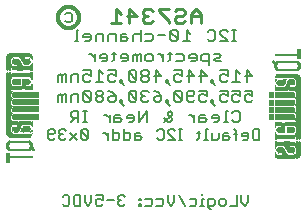
<source format=gbr>
G04 EAGLE Gerber RS-274X export*
G75*
%MOMM*%
%FSLAX34Y34*%
%LPD*%
%INSilkscreen Bottom*%
%IPPOS*%
%AMOC8*
5,1,8,0,0,1.08239X$1,22.5*%
G01*
%ADD10C,0.228600*%
%ADD11C,0.177800*%
%ADD12C,0.152400*%
%ADD13C,0.304800*%
%ADD14C,0.203200*%
%ADD15R,0.022863X0.462278*%
%ADD16R,0.022863X0.462281*%
%ADD17R,0.022863X0.436881*%
%ADD18R,0.023113X0.462278*%
%ADD19R,0.023113X0.462281*%
%ADD20R,0.023113X0.436881*%
%ADD21R,0.023116X0.462278*%
%ADD22R,0.023116X0.462281*%
%ADD23R,0.023116X0.436881*%
%ADD24R,0.023113X0.022863*%
%ADD25R,0.023116X0.091441*%
%ADD26R,0.023113X0.139700*%
%ADD27R,0.023116X0.185419*%
%ADD28R,0.023113X0.254000*%
%ADD29R,0.023113X0.299719*%
%ADD30R,0.023116X0.345438*%
%ADD31R,0.023113X0.391159*%
%ADD32R,0.023116X0.393700*%
%ADD33R,0.022863X0.325119*%
%ADD34R,0.022863X0.599438*%
%ADD35R,0.022863X0.622300*%
%ADD36R,0.022863X0.530859*%
%ADD37R,0.022863X0.439422*%
%ADD38R,0.022863X0.231138*%
%ADD39R,0.022863X0.071119*%
%ADD40R,0.022863X0.533400*%
%ADD41R,0.022863X0.208281*%
%ADD42R,0.023113X0.345441*%
%ADD43R,0.023113X0.576578*%
%ADD44R,0.023113X0.599438*%
%ADD45R,0.023113X0.508000*%
%ADD46R,0.023113X0.416563*%
%ADD47R,0.023113X0.208278*%
%ADD48R,0.023113X0.553722*%
%ADD49R,0.023113X0.208281*%
%ADD50R,0.023116X0.345441*%
%ADD51R,0.023116X0.530859*%
%ADD52R,0.023116X0.370841*%
%ADD53R,0.023116X0.162559*%
%ADD54R,0.023116X0.576581*%
%ADD55R,0.023116X0.208281*%
%ADD56R,0.023113X0.322578*%
%ADD57R,0.023113X0.485137*%
%ADD58R,0.023113X0.416559*%
%ADD59R,0.023113X0.347981*%
%ADD60R,0.023113X0.116838*%
%ADD61R,0.023113X0.647700*%
%ADD62R,0.023116X0.322581*%
%ADD63R,0.023116X0.485137*%
%ADD64R,0.023116X0.093978*%
%ADD65R,0.023116X0.231141*%
%ADD66R,0.023116X0.693419*%
%ADD67R,0.023113X0.322581*%
%ADD68R,0.023113X0.439419*%
%ADD69R,0.023113X0.370841*%
%ADD70R,0.023113X0.299722*%
%ADD71R,0.023113X0.045719*%
%ADD72R,0.023113X0.739138*%
%ADD73R,0.023113X0.414019*%
%ADD74R,0.023113X0.347978*%
%ADD75R,0.023113X0.762000*%
%ADD76R,0.023116X0.414019*%
%ADD77R,0.023116X0.182881*%
%ADD78R,0.023116X0.347978*%
%ADD79R,0.023116X0.276863*%
%ADD80R,0.023116X0.116841*%
%ADD81R,0.023116X0.276859*%
%ADD82R,0.023116X0.784863*%
%ADD83R,0.023113X0.325119*%
%ADD84R,0.023113X0.276863*%
%ADD85R,0.023113X0.276859*%
%ADD86R,0.023116X0.325119*%
%ADD87R,0.023116X0.391159*%
%ADD88R,0.023116X0.302259*%
%ADD89R,0.023116X0.254000*%
%ADD90R,0.023113X0.302259*%
%ADD91R,0.023113X0.393700*%
%ADD92R,0.023113X0.231141*%
%ADD93R,0.022863X0.302259*%
%ADD94R,0.022863X0.439419*%
%ADD95R,0.022863X0.368300*%
%ADD96R,0.022863X0.391159*%
%ADD97R,0.022863X0.416559*%
%ADD98R,0.022863X0.276863*%
%ADD99R,0.022863X0.205741*%
%ADD100R,0.023113X0.368300*%
%ADD101R,0.023113X0.205741*%
%ADD102R,0.023116X0.368300*%
%ADD103R,0.023116X0.205741*%
%ADD104R,0.023113X0.182881*%
%ADD105R,0.022863X0.276859*%
%ADD106R,0.022863X0.182881*%
%ADD107R,0.023113X0.924559*%
%ADD108R,0.023116X0.924559*%
%ADD109R,0.023113X0.901700*%
%ADD110R,0.023116X0.901700*%
%ADD111R,0.023113X0.878841*%
%ADD112R,0.023116X0.855981*%
%ADD113R,0.023113X0.833119*%
%ADD114R,0.022863X0.787400*%
%ADD115R,0.022863X0.414019*%
%ADD116R,0.022863X0.924559*%
%ADD117R,0.023113X0.739141*%
%ADD118R,0.023116X0.716281*%
%ADD119R,0.023116X0.299722*%
%ADD120R,0.023113X0.670559*%
%ADD121R,0.023116X0.647700*%
%ADD122R,0.023116X0.508000*%
%ADD123R,0.023116X0.299719*%
%ADD124R,0.023113X0.601981*%
%ADD125R,0.023113X0.530859*%
%ADD126R,0.023113X0.231138*%
%ADD127R,0.023113X0.556259*%
%ADD128R,0.023113X0.185419*%
%ADD129R,0.023116X0.533400*%
%ADD130R,0.023116X0.599438*%
%ADD131R,0.023116X0.416563*%
%ADD132R,0.023116X0.116838*%
%ADD133R,0.023113X0.485141*%
%ADD134R,0.023113X0.645159*%
%ADD135R,0.023113X0.716278*%
%ADD136R,0.022863X0.393700*%
%ADD137R,0.022863X0.762000*%
%ADD138R,0.022863X0.624841*%
%ADD139R,0.023113X0.784859*%
%ADD140R,0.023113X0.693422*%
%ADD141R,0.023116X0.830578*%
%ADD142R,0.023116X0.739141*%
%ADD143R,0.023113X0.876300*%
%ADD144R,0.023113X0.807722*%
%ADD145R,0.023116X0.899159*%
%ADD146R,0.023116X0.878841*%
%ADD147R,0.023113X0.922019*%
%ADD148R,0.023113X0.947419*%
%ADD149R,0.023116X0.970278*%
%ADD150R,0.023113X0.970278*%
%ADD151R,0.023116X0.439419*%
%ADD152R,0.022863X0.299722*%
%ADD153R,0.023116X0.416559*%
%ADD154R,0.023116X0.347981*%
%ADD155R,0.023113X0.137159*%
%ADD156R,0.023113X0.093978*%
%ADD157R,0.023113X0.091441*%
%ADD158R,0.023113X0.093981*%
%ADD159R,0.023113X0.114300*%
%ADD160R,0.023116X0.045719*%
%ADD161R,0.023116X0.045722*%
%ADD162R,0.023113X0.071119*%
%ADD163R,0.023113X0.116841*%
%ADD164R,0.023116X0.139700*%
%ADD165R,0.022863X0.322581*%
%ADD166R,0.022863X0.345441*%
%ADD167R,0.022863X0.162559*%
%ADD168R,0.022863X0.576581*%
%ADD169R,0.023113X0.668019*%
%ADD170R,0.023113X0.533400*%
%ADD171R,0.023116X1.455419*%
%ADD172R,0.023116X5.519419*%
%ADD173R,0.023113X1.455419*%
%ADD174R,0.023113X5.519419*%
%ADD175R,0.023116X5.494019*%
%ADD176R,0.023113X1.430019*%
%ADD177R,0.023113X5.494019*%
%ADD178R,0.023116X1.430019*%
%ADD179R,0.023116X5.471159*%
%ADD180R,0.023116X0.762000*%
%ADD181R,0.023113X1.407159*%
%ADD182R,0.023113X5.471159*%
%ADD183R,0.022863X1.384300*%
%ADD184R,0.022863X5.448300*%
%ADD185R,0.022863X0.716278*%
%ADD186R,0.022863X0.878841*%
%ADD187R,0.023113X1.361438*%
%ADD188R,0.023113X5.425438*%
%ADD189R,0.023116X1.338578*%
%ADD190R,0.023116X5.402578*%
%ADD191R,0.023116X0.624841*%
%ADD192R,0.023113X1.292859*%
%ADD193R,0.023113X5.356859*%
%ADD194R,0.023116X1.224278*%
%ADD195R,0.023116X5.288278*%


D10*
X166552Y158877D02*
X166552Y167181D01*
X162400Y171334D01*
X158248Y167181D01*
X158248Y158877D01*
X158248Y165105D02*
X166552Y165105D01*
X146759Y171334D02*
X144683Y169258D01*
X146759Y171334D02*
X150911Y171334D01*
X152987Y169258D01*
X152987Y167181D01*
X150911Y165105D01*
X146759Y165105D01*
X144683Y163029D01*
X144683Y160953D01*
X146759Y158877D01*
X150911Y158877D01*
X152987Y160953D01*
X139422Y171334D02*
X131118Y171334D01*
X131118Y169258D01*
X139422Y160953D01*
X139422Y158877D01*
X125857Y169258D02*
X123781Y171334D01*
X119629Y171334D01*
X117553Y169258D01*
X117553Y167181D01*
X119629Y165105D01*
X121705Y165105D01*
X119629Y165105D02*
X117553Y163029D01*
X117553Y160953D01*
X119629Y158877D01*
X123781Y158877D01*
X125857Y160953D01*
X106064Y158877D02*
X106064Y171334D01*
X112292Y165105D01*
X103988Y165105D01*
X98727Y167181D02*
X94575Y171334D01*
X94575Y158877D01*
X98727Y158877D02*
X90423Y158877D01*
D11*
X193055Y143764D02*
X196275Y143764D01*
X194665Y143764D02*
X194665Y153424D01*
X196275Y153424D02*
X193055Y153424D01*
X189259Y143764D02*
X182818Y143764D01*
X182818Y150204D02*
X189259Y143764D01*
X182818Y150204D02*
X182818Y151814D01*
X184428Y153424D01*
X187649Y153424D01*
X189259Y151814D01*
X173904Y153424D02*
X172294Y151814D01*
X173904Y153424D02*
X177124Y153424D01*
X178734Y151814D01*
X178734Y145374D01*
X177124Y143764D01*
X173904Y143764D01*
X172294Y145374D01*
X157685Y150204D02*
X154465Y153424D01*
X154465Y143764D01*
X157685Y143764D02*
X151245Y143764D01*
X147160Y145374D02*
X147160Y151814D01*
X145550Y153424D01*
X142330Y153424D01*
X140720Y151814D01*
X140720Y145374D01*
X142330Y143764D01*
X145550Y143764D01*
X147160Y145374D01*
X140720Y151814D01*
X136636Y148594D02*
X130195Y148594D01*
X124501Y150204D02*
X119671Y150204D01*
X124501Y150204D02*
X126111Y148594D01*
X126111Y145374D01*
X124501Y143764D01*
X119671Y143764D01*
X115586Y143764D02*
X115586Y153424D01*
X113976Y150204D02*
X115586Y148594D01*
X113976Y150204D02*
X110756Y150204D01*
X109146Y148594D01*
X109146Y143764D01*
X103452Y150204D02*
X100232Y150204D01*
X98622Y148594D01*
X98622Y143764D01*
X103452Y143764D01*
X105062Y145374D01*
X103452Y146984D01*
X98622Y146984D01*
X94537Y143764D02*
X94537Y150204D01*
X89707Y150204D01*
X88097Y148594D01*
X88097Y143764D01*
X84013Y143764D02*
X84013Y150204D01*
X79183Y150204D01*
X77573Y148594D01*
X77573Y143764D01*
X71878Y143764D02*
X68658Y143764D01*
X71878Y143764D02*
X73488Y145374D01*
X73488Y148594D01*
X71878Y150204D01*
X68658Y150204D01*
X67048Y148594D01*
X67048Y146984D01*
X73488Y146984D01*
X62963Y153424D02*
X61353Y153424D01*
X61353Y143764D01*
X62963Y143764D02*
X59743Y143764D01*
X179166Y126619D02*
X183996Y126619D01*
X179166Y126619D02*
X177556Y128229D01*
X179166Y129839D01*
X182386Y129839D01*
X183996Y131449D01*
X182386Y133059D01*
X177556Y133059D01*
X173472Y133059D02*
X173472Y123399D01*
X173472Y133059D02*
X168642Y133059D01*
X167032Y131449D01*
X167032Y128229D01*
X168642Y126619D01*
X173472Y126619D01*
X161337Y126619D02*
X158117Y126619D01*
X161337Y126619D02*
X162947Y128229D01*
X162947Y131449D01*
X161337Y133059D01*
X158117Y133059D01*
X156507Y131449D01*
X156507Y129839D01*
X162947Y129839D01*
X150812Y133059D02*
X145982Y133059D01*
X150812Y133059D02*
X152423Y131449D01*
X152423Y128229D01*
X150812Y126619D01*
X145982Y126619D01*
X140288Y128229D02*
X140288Y134669D01*
X140288Y128229D02*
X138678Y126619D01*
X138678Y133059D02*
X141898Y133059D01*
X134882Y133059D02*
X134882Y126619D01*
X134882Y129839D02*
X131661Y133059D01*
X130051Y133059D01*
X124501Y126619D02*
X121281Y126619D01*
X119671Y128229D01*
X119671Y131449D01*
X121281Y133059D01*
X124501Y133059D01*
X126111Y131449D01*
X126111Y128229D01*
X124501Y126619D01*
X115586Y126619D02*
X115586Y133059D01*
X113976Y133059D01*
X112366Y131449D01*
X112366Y126619D01*
X112366Y131449D02*
X110756Y133059D01*
X109146Y131449D01*
X109146Y126619D01*
X103452Y126619D02*
X100232Y126619D01*
X103452Y126619D02*
X105062Y128229D01*
X105062Y131449D01*
X103452Y133059D01*
X100232Y133059D01*
X98622Y131449D01*
X98622Y129839D01*
X105062Y129839D01*
X92927Y128229D02*
X92927Y134669D01*
X92927Y128229D02*
X91317Y126619D01*
X91317Y133059D02*
X94537Y133059D01*
X85911Y126619D02*
X82691Y126619D01*
X85911Y126619D02*
X87521Y128229D01*
X87521Y131449D01*
X85911Y133059D01*
X82691Y133059D01*
X81081Y131449D01*
X81081Y129839D01*
X87521Y129839D01*
X76996Y126619D02*
X76996Y133059D01*
X76996Y129839D02*
X73776Y133059D01*
X72166Y133059D01*
X205478Y119134D02*
X205478Y109474D01*
X210308Y114304D02*
X205478Y119134D01*
X203868Y114304D02*
X210308Y114304D01*
X199783Y115914D02*
X196563Y119134D01*
X196563Y109474D01*
X199783Y109474D02*
X193343Y109474D01*
X189259Y119134D02*
X182818Y119134D01*
X189259Y119134D02*
X189259Y114304D01*
X186039Y115914D01*
X184428Y115914D01*
X182818Y114304D01*
X182818Y111084D01*
X184428Y109474D01*
X187649Y109474D01*
X189259Y111084D01*
X178734Y106254D02*
X175514Y109474D01*
X175514Y111084D01*
X177124Y111084D01*
X177124Y109474D01*
X175514Y109474D01*
X166887Y109474D02*
X166887Y119134D01*
X171718Y114304D01*
X165277Y114304D01*
X156363Y109474D02*
X156363Y119134D01*
X161193Y114304D01*
X154753Y114304D01*
X150668Y119134D02*
X144228Y119134D01*
X150668Y119134D02*
X150668Y114304D01*
X147448Y115914D01*
X145838Y115914D01*
X144228Y114304D01*
X144228Y111084D01*
X145838Y109474D01*
X149058Y109474D01*
X150668Y111084D01*
X140144Y106254D02*
X136924Y109474D01*
X136924Y111084D01*
X138534Y111084D01*
X138534Y109474D01*
X136924Y109474D01*
X128297Y109474D02*
X128297Y119134D01*
X133127Y114304D01*
X126687Y114304D01*
X122603Y117524D02*
X120993Y119134D01*
X117773Y119134D01*
X116163Y117524D01*
X116163Y115914D01*
X117773Y114304D01*
X116163Y112694D01*
X116163Y111084D01*
X117773Y109474D01*
X120993Y109474D01*
X122603Y111084D01*
X122603Y112694D01*
X120993Y114304D01*
X122603Y115914D01*
X122603Y117524D01*
X120993Y114304D02*
X117773Y114304D01*
X112078Y111084D02*
X112078Y117524D01*
X110468Y119134D01*
X107248Y119134D01*
X105638Y117524D01*
X105638Y111084D01*
X107248Y109474D01*
X110468Y109474D01*
X112078Y111084D01*
X105638Y117524D01*
X98334Y109474D02*
X101554Y106254D01*
X98334Y109474D02*
X98334Y111084D01*
X99944Y111084D01*
X99944Y109474D01*
X98334Y109474D01*
X94537Y119134D02*
X88097Y119134D01*
X94537Y119134D02*
X94537Y114304D01*
X91317Y115914D01*
X89707Y115914D01*
X88097Y114304D01*
X88097Y111084D01*
X89707Y109474D01*
X92927Y109474D01*
X94537Y111084D01*
X84013Y115914D02*
X80793Y119134D01*
X80793Y109474D01*
X84013Y109474D02*
X77573Y109474D01*
X73488Y119134D02*
X67048Y119134D01*
X73488Y119134D02*
X73488Y114304D01*
X70268Y115914D01*
X68658Y115914D01*
X67048Y114304D01*
X67048Y111084D01*
X68658Y109474D01*
X71878Y109474D01*
X73488Y111084D01*
X62964Y109474D02*
X62964Y115914D01*
X58133Y115914D01*
X56523Y114304D01*
X56523Y109474D01*
X52439Y109474D02*
X52439Y115914D01*
X50829Y115914D01*
X49219Y114304D01*
X49219Y109474D01*
X49219Y114304D02*
X47609Y115914D01*
X45999Y114304D01*
X45999Y109474D01*
X203868Y101989D02*
X210308Y101989D01*
X210308Y97159D01*
X207088Y98769D01*
X205478Y98769D01*
X203868Y97159D01*
X203868Y93939D01*
X205478Y92329D01*
X208698Y92329D01*
X210308Y93939D01*
X199783Y101989D02*
X193343Y101989D01*
X199783Y101989D02*
X199783Y97159D01*
X196563Y98769D01*
X194953Y98769D01*
X193343Y97159D01*
X193343Y93939D01*
X194953Y92329D01*
X198173Y92329D01*
X199783Y93939D01*
X189259Y101989D02*
X182818Y101989D01*
X189259Y101989D02*
X189259Y97159D01*
X186039Y98769D01*
X184428Y98769D01*
X182818Y97159D01*
X182818Y93939D01*
X184428Y92329D01*
X187649Y92329D01*
X189259Y93939D01*
X178734Y89109D02*
X175514Y92329D01*
X175514Y93939D01*
X177124Y93939D01*
X177124Y92329D01*
X175514Y92329D01*
X171718Y101989D02*
X165277Y101989D01*
X171718Y101989D02*
X171718Y97159D01*
X168498Y98769D01*
X166887Y98769D01*
X165277Y97159D01*
X165277Y93939D01*
X166887Y92329D01*
X170108Y92329D01*
X171718Y93939D01*
X161193Y93939D02*
X159583Y92329D01*
X156363Y92329D01*
X154753Y93939D01*
X154753Y100379D01*
X156363Y101989D01*
X159583Y101989D01*
X161193Y100379D01*
X161193Y98769D01*
X159583Y97159D01*
X154753Y97159D01*
X150668Y93939D02*
X150668Y100379D01*
X149058Y101989D01*
X145838Y101989D01*
X144228Y100379D01*
X144228Y93939D01*
X145838Y92329D01*
X149058Y92329D01*
X150668Y93939D01*
X144228Y100379D01*
X136924Y92329D02*
X140144Y89109D01*
X136924Y92329D02*
X136924Y93939D01*
X138534Y93939D01*
X138534Y92329D01*
X136924Y92329D01*
X129907Y100379D02*
X126687Y101989D01*
X129907Y100379D02*
X133127Y97159D01*
X133127Y93939D01*
X131517Y92329D01*
X128297Y92329D01*
X126687Y93939D01*
X126687Y95549D01*
X128297Y97159D01*
X133127Y97159D01*
X122603Y100379D02*
X120993Y101989D01*
X117773Y101989D01*
X116163Y100379D01*
X116163Y98769D01*
X117773Y97159D01*
X119383Y97159D01*
X117773Y97159D02*
X116163Y95549D01*
X116163Y93939D01*
X117773Y92329D01*
X120993Y92329D01*
X122603Y93939D01*
X112078Y93939D02*
X112078Y100379D01*
X110468Y101989D01*
X107248Y101989D01*
X105638Y100379D01*
X105638Y93939D01*
X107248Y92329D01*
X110468Y92329D01*
X112078Y93939D01*
X105638Y100379D01*
X98334Y92329D02*
X101554Y89109D01*
X98334Y92329D02*
X98334Y93939D01*
X99944Y93939D01*
X99944Y92329D01*
X98334Y92329D01*
X91317Y100379D02*
X88097Y101989D01*
X91317Y100379D02*
X94537Y97159D01*
X94537Y93939D01*
X92927Y92329D01*
X89707Y92329D01*
X88097Y93939D01*
X88097Y95549D01*
X89707Y97159D01*
X94537Y97159D01*
X84013Y100379D02*
X82403Y101989D01*
X79183Y101989D01*
X77573Y100379D01*
X77573Y98769D01*
X79183Y97159D01*
X77573Y95549D01*
X77573Y93939D01*
X79183Y92329D01*
X82403Y92329D01*
X84013Y93939D01*
X84013Y95549D01*
X82403Y97159D01*
X84013Y98769D01*
X84013Y100379D01*
X82403Y97159D02*
X79183Y97159D01*
X73488Y93939D02*
X73488Y100379D01*
X71878Y101989D01*
X68658Y101989D01*
X67048Y100379D01*
X67048Y93939D01*
X68658Y92329D01*
X71878Y92329D01*
X73488Y93939D01*
X67048Y100379D01*
X62964Y98769D02*
X62964Y92329D01*
X62964Y98769D02*
X58133Y98769D01*
X56523Y97159D01*
X56523Y92329D01*
X52439Y92329D02*
X52439Y98769D01*
X50829Y98769D01*
X49219Y97159D01*
X49219Y92329D01*
X49219Y97159D02*
X47609Y98769D01*
X45999Y97159D01*
X45999Y92329D01*
X193343Y83234D02*
X194953Y84844D01*
X198173Y84844D01*
X199783Y83234D01*
X199783Y76794D01*
X198173Y75184D01*
X194953Y75184D01*
X193343Y76794D01*
X189259Y84844D02*
X187649Y84844D01*
X187649Y75184D01*
X189259Y75184D02*
X186039Y75184D01*
X180632Y75184D02*
X177412Y75184D01*
X180632Y75184D02*
X182242Y76794D01*
X182242Y80014D01*
X180632Y81624D01*
X177412Y81624D01*
X175802Y80014D01*
X175802Y78404D01*
X182242Y78404D01*
X170108Y81624D02*
X166887Y81624D01*
X165277Y80014D01*
X165277Y75184D01*
X170108Y75184D01*
X171718Y76794D01*
X170108Y78404D01*
X165277Y78404D01*
X161193Y75184D02*
X161193Y81624D01*
X161193Y78404D02*
X157973Y81624D01*
X156363Y81624D01*
X138678Y75184D02*
X135458Y78404D01*
X138678Y75184D02*
X140288Y75184D01*
X141898Y76794D01*
X141898Y78404D01*
X138678Y81624D01*
X138678Y83234D01*
X140288Y84844D01*
X141898Y83234D01*
X141898Y81624D01*
X135458Y75184D01*
X120849Y75184D02*
X120849Y84844D01*
X114409Y75184D01*
X114409Y84844D01*
X108714Y75184D02*
X105494Y75184D01*
X108714Y75184D02*
X110324Y76794D01*
X110324Y80014D01*
X108714Y81624D01*
X105494Y81624D01*
X103884Y80014D01*
X103884Y78404D01*
X110324Y78404D01*
X98190Y81624D02*
X94969Y81624D01*
X93359Y80014D01*
X93359Y75184D01*
X98190Y75184D01*
X99800Y76794D01*
X98190Y78404D01*
X93359Y78404D01*
X89275Y75184D02*
X89275Y81624D01*
X89275Y78404D02*
X86055Y81624D01*
X84445Y81624D01*
X69980Y75184D02*
X66760Y75184D01*
X68370Y75184D02*
X68370Y84844D01*
X69980Y84844D02*
X66760Y84844D01*
X62964Y84844D02*
X62964Y75184D01*
X62964Y84844D02*
X58133Y84844D01*
X56523Y83234D01*
X56523Y80014D01*
X58133Y78404D01*
X62964Y78404D01*
X59743Y78404D02*
X56523Y75184D01*
D12*
X206537Y13215D02*
X206537Y7453D01*
X203656Y4572D01*
X200775Y7453D01*
X200775Y13215D01*
X197182Y13215D02*
X197182Y4572D01*
X191419Y4572D01*
X186386Y4572D02*
X183505Y4572D01*
X182064Y6013D01*
X182064Y8894D01*
X183505Y10334D01*
X186386Y10334D01*
X187826Y8894D01*
X187826Y6013D01*
X186386Y4572D01*
X175590Y1691D02*
X174150Y1691D01*
X172709Y3131D01*
X172709Y10334D01*
X177031Y10334D01*
X178471Y8894D01*
X178471Y6013D01*
X177031Y4572D01*
X172709Y4572D01*
X169116Y10334D02*
X167675Y10334D01*
X167675Y4572D01*
X166235Y4572D02*
X169116Y4572D01*
X167675Y13215D02*
X167675Y14656D01*
X161439Y10334D02*
X157117Y10334D01*
X161439Y10334D02*
X162879Y8894D01*
X162879Y6013D01*
X161439Y4572D01*
X157117Y4572D01*
X153524Y4572D02*
X147762Y13215D01*
X144169Y13215D02*
X144169Y7453D01*
X141288Y4572D01*
X138407Y7453D01*
X138407Y13215D01*
X133373Y10334D02*
X129051Y10334D01*
X133373Y10334D02*
X134814Y8894D01*
X134814Y6013D01*
X133373Y4572D01*
X129051Y4572D01*
X124018Y10334D02*
X119696Y10334D01*
X124018Y10334D02*
X125458Y8894D01*
X125458Y6013D01*
X124018Y4572D01*
X119696Y4572D01*
X116103Y10334D02*
X114663Y10334D01*
X114663Y8894D01*
X116103Y8894D01*
X116103Y10334D01*
X116103Y6013D02*
X114663Y6013D01*
X114663Y4572D01*
X116103Y4572D01*
X116103Y6013D01*
X102071Y11775D02*
X100630Y13215D01*
X97749Y13215D01*
X96308Y11775D01*
X96308Y10334D01*
X97749Y8894D01*
X99189Y8894D01*
X97749Y8894D02*
X96308Y7453D01*
X96308Y6013D01*
X97749Y4572D01*
X100630Y4572D01*
X102071Y6013D01*
X92715Y8894D02*
X86953Y8894D01*
X83360Y13215D02*
X77598Y13215D01*
X83360Y13215D02*
X83360Y8894D01*
X80479Y10334D01*
X79038Y10334D01*
X77598Y8894D01*
X77598Y6013D01*
X79038Y4572D01*
X81920Y4572D01*
X83360Y6013D01*
X74005Y7453D02*
X74005Y13215D01*
X74005Y7453D02*
X71124Y4572D01*
X68243Y7453D01*
X68243Y13215D01*
X64650Y13215D02*
X64650Y4572D01*
X60328Y4572D01*
X58888Y6013D01*
X58888Y11775D01*
X60328Y13215D01*
X64650Y13215D01*
X50973Y13215D02*
X49532Y11775D01*
X50973Y13215D02*
X53854Y13215D01*
X55295Y11775D01*
X55295Y6013D01*
X53854Y4572D01*
X50973Y4572D01*
X49532Y6013D01*
X216181Y60452D02*
X216181Y69095D01*
X216181Y60452D02*
X211859Y60452D01*
X210419Y61893D01*
X210419Y67655D01*
X211859Y69095D01*
X216181Y69095D01*
X205385Y60452D02*
X202504Y60452D01*
X205385Y60452D02*
X206826Y61893D01*
X206826Y64774D01*
X205385Y66214D01*
X202504Y66214D01*
X201064Y64774D01*
X201064Y63333D01*
X206826Y63333D01*
X196030Y60452D02*
X196030Y67655D01*
X194590Y69095D01*
X194590Y64774D02*
X197471Y64774D01*
X189793Y66214D02*
X186912Y66214D01*
X185472Y64774D01*
X185472Y60452D01*
X189793Y60452D01*
X191234Y61893D01*
X189793Y63333D01*
X185472Y63333D01*
X181879Y61893D02*
X181879Y66214D01*
X181879Y61893D02*
X180438Y60452D01*
X176117Y60452D01*
X176117Y66214D01*
X172524Y69095D02*
X171083Y69095D01*
X171083Y60452D01*
X169643Y60452D02*
X172524Y60452D01*
X164846Y61893D02*
X164846Y67655D01*
X164846Y61893D02*
X163406Y60452D01*
X163406Y66214D02*
X166287Y66214D01*
X150695Y60452D02*
X147814Y60452D01*
X149254Y60452D02*
X149254Y69095D01*
X147814Y69095D02*
X150695Y69095D01*
X144458Y60452D02*
X138696Y60452D01*
X144458Y60452D02*
X138696Y66214D01*
X138696Y67655D01*
X140136Y69095D01*
X143018Y69095D01*
X144458Y67655D01*
X130781Y69095D02*
X129341Y67655D01*
X130781Y69095D02*
X133662Y69095D01*
X135103Y67655D01*
X135103Y61893D01*
X133662Y60452D01*
X130781Y60452D01*
X129341Y61893D01*
X114952Y66214D02*
X112071Y66214D01*
X110630Y64774D01*
X110630Y60452D01*
X114952Y60452D01*
X116393Y61893D01*
X114952Y63333D01*
X110630Y63333D01*
X101275Y60452D02*
X101275Y69095D01*
X101275Y60452D02*
X105597Y60452D01*
X107037Y61893D01*
X107037Y64774D01*
X105597Y66214D01*
X101275Y66214D01*
X91920Y69095D02*
X91920Y60452D01*
X96242Y60452D01*
X97682Y61893D01*
X97682Y64774D01*
X96242Y66214D01*
X91920Y66214D01*
X88327Y66214D02*
X88327Y60452D01*
X88327Y63333D02*
X85446Y66214D01*
X84005Y66214D01*
X71176Y67655D02*
X71176Y61893D01*
X71176Y67655D02*
X69735Y69095D01*
X66854Y69095D01*
X65414Y67655D01*
X65414Y61893D01*
X66854Y60452D01*
X69735Y60452D01*
X71176Y61893D01*
X65414Y67655D01*
X61821Y66214D02*
X56058Y60452D01*
X56058Y66214D02*
X61821Y60452D01*
X52465Y67655D02*
X51025Y69095D01*
X48144Y69095D01*
X46703Y67655D01*
X46703Y66214D01*
X48144Y64774D01*
X49584Y64774D01*
X48144Y64774D02*
X46703Y63333D01*
X46703Y61893D01*
X48144Y60452D01*
X51025Y60452D01*
X52465Y61893D01*
X43110Y61893D02*
X41670Y60452D01*
X38789Y60452D01*
X37348Y61893D01*
X37348Y67655D01*
X38789Y69095D01*
X41670Y69095D01*
X43110Y67655D01*
X43110Y66214D01*
X41670Y64774D01*
X37348Y64774D01*
D13*
X45630Y163830D02*
X45633Y164050D01*
X45641Y164271D01*
X45654Y164491D01*
X45673Y164710D01*
X45698Y164929D01*
X45727Y165148D01*
X45762Y165365D01*
X45803Y165582D01*
X45848Y165798D01*
X45899Y166012D01*
X45955Y166225D01*
X46017Y166437D01*
X46083Y166647D01*
X46155Y166855D01*
X46232Y167062D01*
X46314Y167266D01*
X46400Y167469D01*
X46492Y167669D01*
X46589Y167868D01*
X46690Y168063D01*
X46797Y168256D01*
X46908Y168447D01*
X47023Y168634D01*
X47143Y168819D01*
X47268Y169001D01*
X47397Y169179D01*
X47531Y169355D01*
X47668Y169527D01*
X47810Y169695D01*
X47956Y169861D01*
X48106Y170022D01*
X48260Y170180D01*
X48418Y170334D01*
X48579Y170484D01*
X48745Y170630D01*
X48913Y170772D01*
X49085Y170909D01*
X49261Y171043D01*
X49439Y171172D01*
X49621Y171297D01*
X49806Y171417D01*
X49993Y171532D01*
X50184Y171643D01*
X50377Y171750D01*
X50572Y171851D01*
X50771Y171948D01*
X50971Y172040D01*
X51174Y172126D01*
X51378Y172208D01*
X51585Y172285D01*
X51793Y172357D01*
X52003Y172423D01*
X52215Y172485D01*
X52428Y172541D01*
X52642Y172592D01*
X52858Y172637D01*
X53075Y172678D01*
X53292Y172713D01*
X53511Y172742D01*
X53730Y172767D01*
X53949Y172786D01*
X54169Y172799D01*
X54390Y172807D01*
X54610Y172810D01*
X54830Y172807D01*
X55051Y172799D01*
X55271Y172786D01*
X55490Y172767D01*
X55709Y172742D01*
X55928Y172713D01*
X56145Y172678D01*
X56362Y172637D01*
X56578Y172592D01*
X56792Y172541D01*
X57005Y172485D01*
X57217Y172423D01*
X57427Y172357D01*
X57635Y172285D01*
X57842Y172208D01*
X58046Y172126D01*
X58249Y172040D01*
X58449Y171948D01*
X58648Y171851D01*
X58843Y171750D01*
X59036Y171643D01*
X59227Y171532D01*
X59414Y171417D01*
X59599Y171297D01*
X59781Y171172D01*
X59959Y171043D01*
X60135Y170909D01*
X60307Y170772D01*
X60475Y170630D01*
X60641Y170484D01*
X60802Y170334D01*
X60960Y170180D01*
X61114Y170022D01*
X61264Y169861D01*
X61410Y169695D01*
X61552Y169527D01*
X61689Y169355D01*
X61823Y169179D01*
X61952Y169001D01*
X62077Y168819D01*
X62197Y168634D01*
X62312Y168447D01*
X62423Y168256D01*
X62530Y168063D01*
X62631Y167868D01*
X62728Y167669D01*
X62820Y167469D01*
X62906Y167266D01*
X62988Y167062D01*
X63065Y166855D01*
X63137Y166647D01*
X63203Y166437D01*
X63265Y166225D01*
X63321Y166012D01*
X63372Y165798D01*
X63417Y165582D01*
X63458Y165365D01*
X63493Y165148D01*
X63522Y164929D01*
X63547Y164710D01*
X63566Y164491D01*
X63579Y164271D01*
X63587Y164050D01*
X63590Y163830D01*
X63587Y163610D01*
X63579Y163389D01*
X63566Y163169D01*
X63547Y162950D01*
X63522Y162731D01*
X63493Y162512D01*
X63458Y162295D01*
X63417Y162078D01*
X63372Y161862D01*
X63321Y161648D01*
X63265Y161435D01*
X63203Y161223D01*
X63137Y161013D01*
X63065Y160805D01*
X62988Y160598D01*
X62906Y160394D01*
X62820Y160191D01*
X62728Y159991D01*
X62631Y159792D01*
X62530Y159597D01*
X62423Y159404D01*
X62312Y159213D01*
X62197Y159026D01*
X62077Y158841D01*
X61952Y158659D01*
X61823Y158481D01*
X61689Y158305D01*
X61552Y158133D01*
X61410Y157965D01*
X61264Y157799D01*
X61114Y157638D01*
X60960Y157480D01*
X60802Y157326D01*
X60641Y157176D01*
X60475Y157030D01*
X60307Y156888D01*
X60135Y156751D01*
X59959Y156617D01*
X59781Y156488D01*
X59599Y156363D01*
X59414Y156243D01*
X59227Y156128D01*
X59036Y156017D01*
X58843Y155910D01*
X58648Y155809D01*
X58449Y155712D01*
X58249Y155620D01*
X58046Y155534D01*
X57842Y155452D01*
X57635Y155375D01*
X57427Y155303D01*
X57217Y155237D01*
X57005Y155175D01*
X56792Y155119D01*
X56578Y155068D01*
X56362Y155023D01*
X56145Y154982D01*
X55928Y154947D01*
X55709Y154918D01*
X55490Y154893D01*
X55271Y154874D01*
X55051Y154861D01*
X54830Y154853D01*
X54610Y154850D01*
X54390Y154853D01*
X54169Y154861D01*
X53949Y154874D01*
X53730Y154893D01*
X53511Y154918D01*
X53292Y154947D01*
X53075Y154982D01*
X52858Y155023D01*
X52642Y155068D01*
X52428Y155119D01*
X52215Y155175D01*
X52003Y155237D01*
X51793Y155303D01*
X51585Y155375D01*
X51378Y155452D01*
X51174Y155534D01*
X50971Y155620D01*
X50771Y155712D01*
X50572Y155809D01*
X50377Y155910D01*
X50184Y156017D01*
X49993Y156128D01*
X49806Y156243D01*
X49621Y156363D01*
X49439Y156488D01*
X49261Y156617D01*
X49085Y156751D01*
X48913Y156888D01*
X48745Y157030D01*
X48579Y157176D01*
X48418Y157326D01*
X48260Y157480D01*
X48106Y157638D01*
X47956Y157799D01*
X47810Y157965D01*
X47668Y158133D01*
X47531Y158305D01*
X47397Y158481D01*
X47268Y158659D01*
X47143Y158841D01*
X47023Y159026D01*
X46908Y159213D01*
X46797Y159404D01*
X46690Y159597D01*
X46589Y159792D01*
X46492Y159991D01*
X46400Y160191D01*
X46314Y160394D01*
X46232Y160598D01*
X46155Y160805D01*
X46083Y161013D01*
X46017Y161223D01*
X45955Y161435D01*
X45899Y161648D01*
X45848Y161862D01*
X45803Y162078D01*
X45762Y162295D01*
X45727Y162512D01*
X45698Y162731D01*
X45673Y162950D01*
X45654Y163169D01*
X45641Y163389D01*
X45633Y163610D01*
X45630Y163830D01*
D14*
X51727Y166545D02*
X53083Y167901D01*
X55794Y167901D01*
X57150Y166545D01*
X57150Y161122D01*
X55794Y159766D01*
X53083Y159766D01*
X51727Y161122D01*
D15*
X224790Y79197D03*
D16*
X224790Y85446D03*
X224790Y91669D03*
D17*
X224790Y98019D03*
D18*
X225020Y79197D03*
D19*
X225020Y85446D03*
X225020Y91669D03*
D20*
X225020Y98019D03*
D21*
X225251Y79197D03*
D22*
X225251Y85446D03*
X225251Y91669D03*
D23*
X225251Y98019D03*
D18*
X225482Y79197D03*
D19*
X225482Y85446D03*
X225482Y91669D03*
D20*
X225482Y98019D03*
D21*
X225713Y79197D03*
D22*
X225713Y85446D03*
X225713Y91669D03*
D23*
X225713Y98019D03*
D18*
X225944Y79197D03*
D19*
X225944Y85446D03*
X225944Y91669D03*
D20*
X225944Y98019D03*
D18*
X226176Y79197D03*
D19*
X226176Y85446D03*
X226176Y91669D03*
D20*
X226176Y98019D03*
D21*
X226407Y79197D03*
D22*
X226407Y85446D03*
X226407Y91669D03*
D23*
X226407Y98019D03*
D18*
X226638Y79197D03*
D19*
X226638Y85446D03*
X226638Y91669D03*
D20*
X226638Y98019D03*
D21*
X226869Y79197D03*
D22*
X226869Y85446D03*
X226869Y91669D03*
D23*
X226869Y98019D03*
D18*
X227100Y79197D03*
D19*
X227100Y85446D03*
X227100Y91669D03*
D20*
X227100Y98019D03*
D15*
X227330Y79197D03*
D16*
X227330Y85446D03*
X227330Y91669D03*
D17*
X227330Y98019D03*
D18*
X227560Y79197D03*
D19*
X227560Y85446D03*
X227560Y91669D03*
D20*
X227560Y98019D03*
D24*
X227560Y126429D03*
D21*
X227791Y79197D03*
D22*
X227791Y85446D03*
X227791Y91669D03*
D23*
X227791Y98019D03*
D25*
X227791Y126314D03*
D18*
X228022Y79197D03*
D19*
X228022Y85446D03*
X228022Y91669D03*
D20*
X228022Y98019D03*
D26*
X228022Y126073D03*
D21*
X228253Y79197D03*
D22*
X228253Y85446D03*
X228253Y91669D03*
D23*
X228253Y98019D03*
D27*
X228253Y126073D03*
D18*
X228484Y79197D03*
D19*
X228484Y85446D03*
X228484Y91669D03*
D20*
X228484Y98019D03*
D28*
X228484Y125959D03*
D18*
X228716Y79197D03*
D19*
X228716Y85446D03*
X228716Y91669D03*
D20*
X228716Y98019D03*
D29*
X228716Y125730D03*
D21*
X228947Y79197D03*
D22*
X228947Y85446D03*
X228947Y91669D03*
D23*
X228947Y98019D03*
D30*
X228947Y125730D03*
D31*
X229178Y125501D03*
D32*
X229409Y125032D03*
D18*
X229640Y124003D03*
D33*
X229870Y48031D03*
D34*
X229870Y55880D03*
D35*
X229870Y63614D03*
D36*
X229870Y72631D03*
D15*
X229870Y79197D03*
D16*
X229870Y85446D03*
X229870Y91669D03*
D17*
X229870Y98019D03*
D37*
X229870Y104254D03*
D38*
X229870Y109919D03*
D39*
X229870Y113030D03*
D40*
X229870Y123190D03*
D41*
X229870Y132436D03*
D42*
X230100Y47676D03*
D43*
X230100Y55994D03*
D44*
X230100Y63500D03*
D45*
X230100Y72746D03*
D18*
X230100Y79197D03*
D19*
X230100Y85446D03*
X230100Y91669D03*
D20*
X230100Y98019D03*
D46*
X230100Y104140D03*
D47*
X230100Y110033D03*
D26*
X230100Y113373D03*
D48*
X230100Y122606D03*
D49*
X230100Y132436D03*
D50*
X230331Y47219D03*
D51*
X230331Y56223D03*
X230331Y63157D03*
D21*
X230331Y72974D03*
X230331Y79197D03*
D22*
X230331Y85446D03*
X230331Y91669D03*
D23*
X230331Y98019D03*
D52*
X230331Y103911D03*
D53*
X230331Y110261D03*
D27*
X230331Y113602D03*
D54*
X230331Y122492D03*
D55*
X230331Y132436D03*
D56*
X230562Y46876D03*
D57*
X230562Y56452D03*
D45*
X230562Y63043D03*
D58*
X230562Y73203D03*
D18*
X230562Y79197D03*
D19*
X230562Y85446D03*
X230562Y91669D03*
D20*
X230562Y98019D03*
D59*
X230562Y103797D03*
D60*
X230562Y110490D03*
D47*
X230562Y113716D03*
D61*
X230562Y122619D03*
D49*
X230562Y132436D03*
D62*
X230793Y46647D03*
D21*
X230793Y56566D03*
D63*
X230793Y62929D03*
D32*
X230793Y73317D03*
D21*
X230793Y79197D03*
D22*
X230793Y85446D03*
X230793Y91669D03*
D23*
X230793Y98019D03*
D62*
X230793Y103670D03*
D64*
X230793Y110604D03*
D65*
X230793Y113830D03*
D66*
X230793Y122619D03*
D55*
X230793Y132436D03*
D67*
X231024Y46419D03*
D68*
X231024Y56680D03*
D18*
X231024Y62814D03*
D69*
X231024Y73431D03*
D18*
X231024Y79197D03*
D19*
X231024Y85446D03*
X231024Y91669D03*
D20*
X231024Y98019D03*
D70*
X231024Y103556D03*
D71*
X231024Y110846D03*
D28*
X231024Y113944D03*
D72*
X231024Y122619D03*
D49*
X231024Y132436D03*
D67*
X231256Y46190D03*
D73*
X231256Y56807D03*
D68*
X231256Y62700D03*
D74*
X231256Y73546D03*
D18*
X231256Y79197D03*
D19*
X231256Y85446D03*
X231256Y91669D03*
D20*
X231256Y98019D03*
D70*
X231256Y103556D03*
D28*
X231256Y113944D03*
D75*
X231256Y122504D03*
D49*
X231256Y132436D03*
D62*
X231487Y46190D03*
D65*
X231487Y51270D03*
D76*
X231487Y56807D03*
X231487Y62573D03*
D77*
X231487Y68351D03*
D78*
X231487Y73546D03*
D21*
X231487Y79197D03*
D22*
X231487Y85446D03*
X231487Y91669D03*
D23*
X231487Y98019D03*
D79*
X231487Y103442D03*
D80*
X231487Y108179D03*
D81*
X231487Y114059D03*
D82*
X231487Y122619D03*
D55*
X231487Y132436D03*
D83*
X231718Y45949D03*
D67*
X231718Y51270D03*
D31*
X231718Y56921D03*
D73*
X231718Y62573D03*
D83*
X231718Y68351D03*
X231718Y73660D03*
D18*
X231718Y79197D03*
D19*
X231718Y85446D03*
X231718Y91669D03*
D20*
X231718Y98019D03*
D84*
X231718Y103442D03*
D85*
X231718Y108293D03*
X231718Y114059D03*
D84*
X231718Y120079D03*
D85*
X231718Y125387D03*
D49*
X231718Y132436D03*
D86*
X231949Y45949D03*
D52*
X231949Y51257D03*
D87*
X231949Y56921D03*
D76*
X231949Y62573D03*
D52*
X231949Y68351D03*
D86*
X231949Y73660D03*
D21*
X231949Y79197D03*
D22*
X231949Y85446D03*
X231949Y91669D03*
D23*
X231949Y98019D03*
D79*
X231949Y103442D03*
D50*
X231949Y108407D03*
D88*
X231949Y114186D03*
D89*
X231949Y119736D03*
D65*
X231949Y125616D03*
D55*
X231949Y132436D03*
D83*
X232180Y45949D03*
D58*
X232180Y51257D03*
D31*
X232180Y56921D03*
X232180Y62459D03*
D58*
X232180Y68351D03*
D90*
X232180Y73774D03*
D18*
X232180Y79197D03*
D19*
X232180Y85446D03*
X232180Y91669D03*
D20*
X232180Y98019D03*
D84*
X232180Y103442D03*
D91*
X232180Y108649D03*
D90*
X232180Y114186D03*
D92*
X232180Y119621D03*
D49*
X232180Y125730D03*
X232180Y132436D03*
D93*
X232410Y45834D03*
D94*
X232410Y51143D03*
D95*
X232410Y57036D03*
D96*
X232410Y62459D03*
D97*
X232410Y68351D03*
D93*
X232410Y73774D03*
D15*
X232410Y79197D03*
D16*
X232410Y85446D03*
X232410Y91669D03*
D17*
X232410Y98019D03*
D98*
X232410Y103442D03*
D94*
X232410Y108649D03*
D93*
X232410Y114186D03*
D99*
X232410Y119494D03*
D41*
X232410Y125730D03*
X232410Y132436D03*
D90*
X232640Y45834D03*
D18*
X232640Y51257D03*
D100*
X232640Y57036D03*
D31*
X232640Y62459D03*
D19*
X232640Y68351D03*
D90*
X232640Y73774D03*
D18*
X232640Y79197D03*
D19*
X232640Y85446D03*
X232640Y91669D03*
D20*
X232640Y98019D03*
D84*
X232640Y103442D03*
D18*
X232640Y108763D03*
D90*
X232640Y114186D03*
D101*
X232640Y119494D03*
D49*
X232640Y125959D03*
X232640Y132436D03*
D88*
X232871Y45834D03*
D21*
X232871Y51257D03*
D102*
X232871Y57036D03*
D87*
X232871Y62459D03*
D22*
X232871Y68351D03*
D88*
X232871Y73774D03*
D21*
X232871Y79197D03*
D22*
X232871Y85446D03*
X232871Y91669D03*
D23*
X232871Y98019D03*
D79*
X232871Y103442D03*
D21*
X232871Y108763D03*
D88*
X232871Y114186D03*
D103*
X232871Y119494D03*
D55*
X232871Y125959D03*
X232871Y132436D03*
D90*
X233102Y45834D03*
D18*
X233102Y51257D03*
D100*
X233102Y57036D03*
X233102Y62344D03*
D19*
X233102Y68351D03*
D90*
X233102Y73774D03*
D18*
X233102Y79197D03*
D19*
X233102Y85446D03*
X233102Y91669D03*
D20*
X233102Y98019D03*
D84*
X233102Y103442D03*
D18*
X233102Y108763D03*
D90*
X233102Y114186D03*
D101*
X233102Y119494D03*
D49*
X233102Y125959D03*
X233102Y132436D03*
D88*
X233333Y45834D03*
D21*
X233333Y51257D03*
D102*
X233333Y57036D03*
X233333Y62344D03*
D22*
X233333Y68351D03*
D88*
X233333Y73774D03*
D21*
X233333Y79197D03*
D22*
X233333Y85446D03*
X233333Y91669D03*
D23*
X233333Y98019D03*
D79*
X233333Y103442D03*
D21*
X233333Y108763D03*
D88*
X233333Y114186D03*
D77*
X233333Y119380D03*
D55*
X233333Y125959D03*
X233333Y132436D03*
D90*
X233564Y45834D03*
D18*
X233564Y51257D03*
D100*
X233564Y57036D03*
X233564Y62344D03*
D19*
X233564Y68351D03*
D90*
X233564Y73774D03*
D18*
X233564Y79197D03*
D19*
X233564Y85446D03*
X233564Y91669D03*
D20*
X233564Y98019D03*
D84*
X233564Y103442D03*
D18*
X233564Y108763D03*
D90*
X233564Y114186D03*
D104*
X233564Y119380D03*
D49*
X233564Y125959D03*
X233564Y132436D03*
D90*
X233796Y45834D03*
D18*
X233796Y51257D03*
D100*
X233796Y57036D03*
X233796Y62344D03*
D19*
X233796Y68351D03*
D85*
X233796Y73901D03*
D18*
X233796Y79197D03*
D19*
X233796Y85446D03*
X233796Y91669D03*
D20*
X233796Y98019D03*
D84*
X233796Y103442D03*
D18*
X233796Y108763D03*
D90*
X233796Y114186D03*
D104*
X233796Y119380D03*
D49*
X233796Y125959D03*
X233796Y132436D03*
D88*
X234027Y45834D03*
D21*
X234027Y51257D03*
D102*
X234027Y57036D03*
X234027Y62344D03*
D22*
X234027Y68351D03*
D81*
X234027Y73901D03*
D21*
X234027Y79197D03*
D22*
X234027Y85446D03*
X234027Y91669D03*
D23*
X234027Y98019D03*
D79*
X234027Y103442D03*
D21*
X234027Y108763D03*
D88*
X234027Y114186D03*
D77*
X234027Y119380D03*
D55*
X234027Y125959D03*
X234027Y132436D03*
D90*
X234258Y45834D03*
D18*
X234258Y51257D03*
D100*
X234258Y57036D03*
X234258Y62344D03*
D19*
X234258Y68351D03*
D85*
X234258Y73901D03*
D18*
X234258Y79197D03*
D19*
X234258Y85446D03*
X234258Y91669D03*
D20*
X234258Y98019D03*
D84*
X234258Y103442D03*
D18*
X234258Y108763D03*
D90*
X234258Y114186D03*
D104*
X234258Y119380D03*
D49*
X234258Y125959D03*
X234258Y132436D03*
D88*
X234489Y45834D03*
D21*
X234489Y51257D03*
D102*
X234489Y57036D03*
X234489Y62344D03*
D22*
X234489Y68351D03*
D81*
X234489Y73901D03*
D21*
X234489Y79197D03*
D22*
X234489Y85446D03*
X234489Y91669D03*
D23*
X234489Y98019D03*
D79*
X234489Y103442D03*
D21*
X234489Y108763D03*
D88*
X234489Y114186D03*
D77*
X234489Y119380D03*
D55*
X234489Y125959D03*
X234489Y132436D03*
D90*
X234720Y45834D03*
D18*
X234720Y51257D03*
D100*
X234720Y57036D03*
X234720Y62344D03*
D19*
X234720Y68351D03*
D85*
X234720Y73901D03*
D18*
X234720Y79197D03*
D19*
X234720Y85446D03*
X234720Y91669D03*
D20*
X234720Y98019D03*
D84*
X234720Y103442D03*
D18*
X234720Y108763D03*
D90*
X234720Y114186D03*
D104*
X234720Y119380D03*
D49*
X234720Y125959D03*
X234720Y132436D03*
D93*
X234950Y45834D03*
D15*
X234950Y51257D03*
D95*
X234950Y57036D03*
X234950Y62344D03*
D16*
X234950Y68351D03*
D105*
X234950Y73901D03*
D15*
X234950Y79197D03*
D16*
X234950Y85446D03*
X234950Y91669D03*
D17*
X234950Y98019D03*
D98*
X234950Y103442D03*
D15*
X234950Y108763D03*
D93*
X234950Y114186D03*
D106*
X234950Y119380D03*
D41*
X234950Y125959D03*
X234950Y132436D03*
D90*
X235180Y45834D03*
D18*
X235180Y51257D03*
D100*
X235180Y57036D03*
X235180Y62344D03*
D19*
X235180Y68351D03*
D85*
X235180Y73901D03*
D18*
X235180Y79197D03*
D19*
X235180Y85446D03*
X235180Y91669D03*
D20*
X235180Y98019D03*
D84*
X235180Y103442D03*
D18*
X235180Y108763D03*
D90*
X235180Y114186D03*
D104*
X235180Y119380D03*
D49*
X235180Y125959D03*
X235180Y132436D03*
D88*
X235411Y45834D03*
D21*
X235411Y51257D03*
D102*
X235411Y57036D03*
X235411Y62344D03*
D22*
X235411Y68351D03*
D81*
X235411Y73901D03*
D21*
X235411Y79197D03*
D22*
X235411Y85446D03*
X235411Y91669D03*
D23*
X235411Y98019D03*
D79*
X235411Y103442D03*
D21*
X235411Y108763D03*
D88*
X235411Y114186D03*
D77*
X235411Y119380D03*
D55*
X235411Y125959D03*
X235411Y132436D03*
D90*
X235642Y45834D03*
D18*
X235642Y51257D03*
D100*
X235642Y57036D03*
X235642Y62344D03*
D107*
X235642Y70663D03*
D18*
X235642Y79197D03*
D19*
X235642Y85446D03*
X235642Y91669D03*
D20*
X235642Y98019D03*
D84*
X235642Y103442D03*
D18*
X235642Y108763D03*
D90*
X235642Y114186D03*
D104*
X235642Y119380D03*
D49*
X235642Y125959D03*
X235642Y132436D03*
D88*
X235873Y45834D03*
D21*
X235873Y51257D03*
D102*
X235873Y57036D03*
X235873Y62344D03*
D108*
X235873Y70663D03*
D21*
X235873Y79197D03*
D22*
X235873Y85446D03*
X235873Y91669D03*
D23*
X235873Y98019D03*
D79*
X235873Y103442D03*
D21*
X235873Y108763D03*
D88*
X235873Y114186D03*
D77*
X235873Y119380D03*
D55*
X235873Y125959D03*
X235873Y132436D03*
D90*
X236104Y45834D03*
D68*
X236104Y51143D03*
D100*
X236104Y57036D03*
X236104Y62344D03*
D107*
X236104Y70663D03*
D18*
X236104Y79197D03*
D19*
X236104Y85446D03*
X236104Y91669D03*
D20*
X236104Y98019D03*
D84*
X236104Y103442D03*
D18*
X236104Y108763D03*
D90*
X236104Y114186D03*
D104*
X236104Y119380D03*
D49*
X236104Y125959D03*
X236104Y132436D03*
D109*
X236336Y48832D03*
D100*
X236336Y57036D03*
X236336Y62344D03*
D107*
X236336Y70663D03*
D18*
X236336Y79197D03*
D19*
X236336Y85446D03*
X236336Y91669D03*
D20*
X236336Y98019D03*
D84*
X236336Y103442D03*
D18*
X236336Y108763D03*
D90*
X236336Y114186D03*
D104*
X236336Y119380D03*
D49*
X236336Y125959D03*
X236336Y132436D03*
D110*
X236567Y48832D03*
D102*
X236567Y57036D03*
X236567Y62344D03*
D108*
X236567Y70663D03*
D21*
X236567Y79197D03*
D22*
X236567Y85446D03*
X236567Y91669D03*
D23*
X236567Y98019D03*
D79*
X236567Y103442D03*
D21*
X236567Y108763D03*
D88*
X236567Y114186D03*
D77*
X236567Y119380D03*
D55*
X236567Y125959D03*
X236567Y132436D03*
D111*
X236798Y48717D03*
D31*
X236798Y56921D03*
D100*
X236798Y62344D03*
D107*
X236798Y70663D03*
D18*
X236798Y79197D03*
D19*
X236798Y85446D03*
X236798Y91669D03*
D20*
X236798Y98019D03*
D84*
X236798Y103442D03*
D18*
X236798Y108763D03*
D90*
X236798Y114186D03*
D104*
X236798Y119380D03*
D49*
X236798Y125959D03*
X236798Y132436D03*
D112*
X237029Y48603D03*
D87*
X237029Y56921D03*
D102*
X237029Y62344D03*
D108*
X237029Y70663D03*
D21*
X237029Y79197D03*
D22*
X237029Y85446D03*
X237029Y91669D03*
D23*
X237029Y98019D03*
D79*
X237029Y103442D03*
D21*
X237029Y108763D03*
D88*
X237029Y114186D03*
D77*
X237029Y119380D03*
D55*
X237029Y125959D03*
X237029Y132436D03*
D113*
X237260Y48489D03*
D73*
X237260Y56807D03*
D100*
X237260Y62344D03*
D107*
X237260Y70663D03*
D18*
X237260Y79197D03*
D19*
X237260Y85446D03*
X237260Y91669D03*
D20*
X237260Y98019D03*
D84*
X237260Y103442D03*
D68*
X237260Y108877D03*
D90*
X237260Y114186D03*
D104*
X237260Y119380D03*
D49*
X237260Y125959D03*
X237260Y132436D03*
D114*
X237490Y48260D03*
D115*
X237490Y56807D03*
D95*
X237490Y62344D03*
D116*
X237490Y70663D03*
D15*
X237490Y79197D03*
D16*
X237490Y85446D03*
X237490Y91669D03*
D17*
X237490Y98019D03*
D98*
X237490Y103442D03*
D94*
X237490Y108877D03*
D93*
X237490Y114186D03*
D106*
X237490Y119380D03*
D41*
X237490Y125959D03*
X237490Y132436D03*
D117*
X237720Y48019D03*
D68*
X237720Y56680D03*
D100*
X237720Y62344D03*
D107*
X237720Y70663D03*
D18*
X237720Y79197D03*
D19*
X237720Y85446D03*
X237720Y91669D03*
D20*
X237720Y98019D03*
D70*
X237720Y103556D03*
D58*
X237720Y108991D03*
D90*
X237720Y114186D03*
D104*
X237720Y119380D03*
D49*
X237720Y125959D03*
X237720Y132436D03*
D118*
X237951Y47904D03*
D21*
X237951Y56566D03*
D102*
X237951Y62344D03*
D108*
X237951Y70663D03*
D21*
X237951Y79197D03*
D22*
X237951Y85446D03*
X237951Y91669D03*
D23*
X237951Y98019D03*
D119*
X237951Y103556D03*
D32*
X237951Y109106D03*
D88*
X237951Y114186D03*
D77*
X237951Y119380D03*
D55*
X237951Y125959D03*
X237951Y132436D03*
D120*
X238182Y47676D03*
D57*
X238182Y56452D03*
D100*
X238182Y62344D03*
D107*
X238182Y70663D03*
D18*
X238182Y79197D03*
D19*
X238182Y85446D03*
X238182Y91669D03*
D20*
X238182Y98019D03*
D67*
X238182Y103670D03*
D74*
X238182Y109334D03*
D90*
X238182Y114186D03*
D104*
X238182Y119380D03*
D49*
X238182Y125959D03*
X238182Y132436D03*
D121*
X238413Y47562D03*
D122*
X238413Y56337D03*
D102*
X238413Y62344D03*
D81*
X238413Y73901D03*
D21*
X238413Y79197D03*
D22*
X238413Y85446D03*
X238413Y91669D03*
D23*
X238413Y98019D03*
D62*
X238413Y103670D03*
D123*
X238413Y109576D03*
D88*
X238413Y114186D03*
D77*
X238413Y119380D03*
D55*
X238413Y125959D03*
X238413Y132436D03*
D124*
X238644Y47333D03*
D125*
X238644Y56223D03*
D100*
X238644Y62344D03*
D85*
X238644Y73901D03*
D18*
X238644Y79197D03*
D19*
X238644Y85446D03*
X238644Y91669D03*
D20*
X238644Y98019D03*
D59*
X238644Y103797D03*
D126*
X238644Y109919D03*
D90*
X238644Y114186D03*
D104*
X238644Y119380D03*
D49*
X238644Y125959D03*
X238644Y132436D03*
D127*
X238876Y47104D03*
D43*
X238876Y55994D03*
D100*
X238876Y62344D03*
D85*
X238876Y73901D03*
D18*
X238876Y79197D03*
D19*
X238876Y85446D03*
X238876Y91669D03*
D20*
X238876Y98019D03*
D69*
X238876Y103911D03*
D128*
X238876Y110147D03*
D90*
X238876Y114186D03*
D104*
X238876Y119380D03*
D49*
X238876Y125959D03*
X238876Y132436D03*
D129*
X239107Y46990D03*
D130*
X239107Y55880D03*
D102*
X239107Y62344D03*
D81*
X239107Y73901D03*
D21*
X239107Y79197D03*
D22*
X239107Y85446D03*
X239107Y91669D03*
D23*
X239107Y98019D03*
D131*
X239107Y104140D03*
D132*
X239107Y110490D03*
D88*
X239107Y114186D03*
D77*
X239107Y119380D03*
D55*
X239107Y125959D03*
X239107Y132436D03*
D133*
X239338Y46749D03*
D134*
X239338Y55651D03*
D100*
X239338Y62344D03*
D85*
X239338Y73901D03*
D18*
X239338Y79197D03*
D19*
X239338Y85446D03*
X239338Y91669D03*
D20*
X239338Y98019D03*
D19*
X239338Y104369D03*
D71*
X239338Y110846D03*
D90*
X239338Y114186D03*
D104*
X239338Y119380D03*
D49*
X239338Y125959D03*
X239338Y132436D03*
D22*
X239569Y46634D03*
D66*
X239569Y55410D03*
D102*
X239569Y62344D03*
D81*
X239569Y73901D03*
D21*
X239569Y79197D03*
D22*
X239569Y85446D03*
X239569Y91669D03*
D23*
X239569Y98019D03*
D122*
X239569Y104597D03*
D88*
X239569Y114186D03*
D77*
X239569Y119380D03*
D55*
X239569Y125959D03*
X239569Y132436D03*
D58*
X239800Y46406D03*
D135*
X239800Y55296D03*
D100*
X239800Y62344D03*
D85*
X239800Y73901D03*
D18*
X239800Y79197D03*
D19*
X239800Y85446D03*
X239800Y91669D03*
D20*
X239800Y98019D03*
D48*
X239800Y104826D03*
D90*
X239800Y114186D03*
D104*
X239800Y119380D03*
D49*
X239800Y125959D03*
X239800Y132436D03*
D136*
X240030Y46292D03*
D137*
X240030Y55067D03*
D95*
X240030Y62344D03*
D16*
X240030Y68351D03*
D105*
X240030Y73901D03*
D15*
X240030Y79197D03*
D16*
X240030Y85446D03*
X240030Y91669D03*
D17*
X240030Y98019D03*
D138*
X240030Y105181D03*
D93*
X240030Y114186D03*
D106*
X240030Y119380D03*
D41*
X240030Y125959D03*
X240030Y132436D03*
D69*
X240260Y46177D03*
D139*
X240260Y54953D03*
D100*
X240260Y62344D03*
D19*
X240260Y68351D03*
D85*
X240260Y73901D03*
D18*
X240260Y79197D03*
D19*
X240260Y85446D03*
X240260Y91669D03*
D20*
X240260Y98019D03*
D140*
X240260Y105524D03*
D90*
X240260Y114186D03*
D104*
X240260Y119380D03*
D49*
X240260Y125959D03*
X240260Y132436D03*
D52*
X240491Y46177D03*
D141*
X240491Y54724D03*
D102*
X240491Y62344D03*
D22*
X240491Y68351D03*
D81*
X240491Y73901D03*
D21*
X240491Y79197D03*
D22*
X240491Y85446D03*
X240491Y91669D03*
D23*
X240491Y98019D03*
D142*
X240491Y105753D03*
D88*
X240491Y114186D03*
D77*
X240491Y119380D03*
D55*
X240491Y125959D03*
X240491Y132436D03*
D59*
X240722Y46063D03*
D143*
X240722Y54496D03*
D100*
X240722Y62344D03*
D19*
X240722Y68351D03*
D85*
X240722Y73901D03*
D18*
X240722Y79197D03*
D19*
X240722Y85446D03*
X240722Y91669D03*
D20*
X240722Y98019D03*
D144*
X240722Y106096D03*
D90*
X240722Y114186D03*
D104*
X240722Y119380D03*
D49*
X240722Y125959D03*
X240722Y132436D03*
D86*
X240953Y45949D03*
D145*
X240953Y54381D03*
D102*
X240953Y62344D03*
D22*
X240953Y68351D03*
D81*
X240953Y73901D03*
D21*
X240953Y79197D03*
D22*
X240953Y85446D03*
X240953Y91669D03*
D23*
X240953Y98019D03*
D146*
X240953Y106451D03*
D88*
X240953Y114186D03*
D77*
X240953Y119380D03*
D55*
X240953Y125959D03*
X240953Y132436D03*
D83*
X241184Y45949D03*
D147*
X241184Y54267D03*
D100*
X241184Y62344D03*
D19*
X241184Y68351D03*
D85*
X241184Y73901D03*
D18*
X241184Y79197D03*
D19*
X241184Y85446D03*
X241184Y91669D03*
D20*
X241184Y98019D03*
D109*
X241184Y106566D03*
D90*
X241184Y114186D03*
D104*
X241184Y119380D03*
D49*
X241184Y125959D03*
X241184Y132436D03*
D83*
X241416Y45949D03*
D148*
X241416Y54140D03*
D100*
X241416Y62344D03*
D19*
X241416Y68351D03*
D85*
X241416Y73901D03*
D18*
X241416Y79197D03*
D19*
X241416Y85446D03*
X241416Y91669D03*
D20*
X241416Y98019D03*
D109*
X241416Y106566D03*
D90*
X241416Y114186D03*
D104*
X241416Y119380D03*
D49*
X241416Y125959D03*
X241416Y132436D03*
D88*
X241647Y45834D03*
D149*
X241647Y54026D03*
D102*
X241647Y62344D03*
D22*
X241647Y68351D03*
D81*
X241647Y73901D03*
D21*
X241647Y79197D03*
D22*
X241647Y85446D03*
X241647Y91669D03*
D23*
X241647Y98019D03*
D110*
X241647Y106566D03*
D88*
X241647Y114186D03*
D77*
X241647Y119380D03*
D55*
X241647Y125959D03*
X241647Y132436D03*
D90*
X241878Y45834D03*
D150*
X241878Y54026D03*
D100*
X241878Y62344D03*
D19*
X241878Y68351D03*
D85*
X241878Y73901D03*
D18*
X241878Y79197D03*
D19*
X241878Y85446D03*
X241878Y91669D03*
D20*
X241878Y98019D03*
D109*
X241878Y106566D03*
D90*
X241878Y114186D03*
D104*
X241878Y119380D03*
D49*
X241878Y125959D03*
X241878Y132436D03*
D88*
X242109Y45834D03*
D21*
X242109Y51257D03*
D102*
X242109Y57036D03*
X242109Y62344D03*
D22*
X242109Y68351D03*
D81*
X242109Y73901D03*
D21*
X242109Y79197D03*
D22*
X242109Y85446D03*
X242109Y91669D03*
D23*
X242109Y98019D03*
D110*
X242109Y106566D03*
D88*
X242109Y114186D03*
D77*
X242109Y119380D03*
D55*
X242109Y125959D03*
X242109Y132436D03*
D90*
X242340Y45834D03*
D18*
X242340Y51257D03*
D100*
X242340Y57036D03*
X242340Y62344D03*
D19*
X242340Y68351D03*
D85*
X242340Y73901D03*
D18*
X242340Y79197D03*
D19*
X242340Y85446D03*
X242340Y91669D03*
D20*
X242340Y98019D03*
D84*
X242340Y103442D03*
D68*
X242340Y108877D03*
D90*
X242340Y114186D03*
D104*
X242340Y119380D03*
D49*
X242340Y125959D03*
X242340Y132436D03*
D93*
X242570Y45834D03*
D15*
X242570Y51257D03*
D95*
X242570Y57036D03*
X242570Y62344D03*
D16*
X242570Y68351D03*
D105*
X242570Y73901D03*
D15*
X242570Y79197D03*
D16*
X242570Y85446D03*
X242570Y91669D03*
D17*
X242570Y98019D03*
D98*
X242570Y103442D03*
D94*
X242570Y108877D03*
D93*
X242570Y114186D03*
D106*
X242570Y119380D03*
D41*
X242570Y125959D03*
X242570Y132436D03*
D90*
X242800Y45834D03*
D18*
X242800Y51257D03*
D100*
X242800Y57036D03*
X242800Y62344D03*
D19*
X242800Y68351D03*
D85*
X242800Y73901D03*
D18*
X242800Y79197D03*
D19*
X242800Y85446D03*
X242800Y91669D03*
D20*
X242800Y98019D03*
D84*
X242800Y103442D03*
D68*
X242800Y108877D03*
D90*
X242800Y114186D03*
D104*
X242800Y119380D03*
D49*
X242800Y125959D03*
X242800Y132436D03*
D88*
X243031Y45834D03*
D21*
X243031Y51257D03*
D102*
X243031Y57036D03*
X243031Y62344D03*
D22*
X243031Y68351D03*
D81*
X243031Y73901D03*
D21*
X243031Y79197D03*
D22*
X243031Y85446D03*
X243031Y91669D03*
D23*
X243031Y98019D03*
D79*
X243031Y103442D03*
D151*
X243031Y108877D03*
D88*
X243031Y114186D03*
D77*
X243031Y119380D03*
D55*
X243031Y125959D03*
X243031Y132436D03*
D90*
X243262Y45834D03*
D18*
X243262Y51257D03*
D100*
X243262Y57036D03*
X243262Y62344D03*
D19*
X243262Y68351D03*
D85*
X243262Y73901D03*
D18*
X243262Y79197D03*
D19*
X243262Y85446D03*
X243262Y91669D03*
D20*
X243262Y98019D03*
D84*
X243262Y103442D03*
D68*
X243262Y108877D03*
D90*
X243262Y114186D03*
D104*
X243262Y119380D03*
D49*
X243262Y125959D03*
X243262Y132436D03*
D88*
X243493Y45834D03*
D21*
X243493Y51257D03*
D102*
X243493Y57036D03*
X243493Y62344D03*
D22*
X243493Y68351D03*
D81*
X243493Y73901D03*
D21*
X243493Y79197D03*
D22*
X243493Y85446D03*
X243493Y91669D03*
D23*
X243493Y98019D03*
D79*
X243493Y103442D03*
D151*
X243493Y108877D03*
D88*
X243493Y114186D03*
D77*
X243493Y119380D03*
D55*
X243493Y125959D03*
X243493Y132436D03*
D90*
X243724Y45834D03*
D18*
X243724Y51257D03*
D100*
X243724Y57036D03*
X243724Y62344D03*
D19*
X243724Y68351D03*
D85*
X243724Y73901D03*
D18*
X243724Y79197D03*
D19*
X243724Y85446D03*
X243724Y91669D03*
D20*
X243724Y98019D03*
D84*
X243724Y103442D03*
D68*
X243724Y108877D03*
D90*
X243724Y114186D03*
D104*
X243724Y119380D03*
D49*
X243724Y125959D03*
X243724Y132436D03*
D90*
X243956Y45834D03*
D18*
X243956Y51257D03*
D100*
X243956Y57036D03*
X243956Y62344D03*
D19*
X243956Y68351D03*
D85*
X243956Y73901D03*
D18*
X243956Y79197D03*
D19*
X243956Y85446D03*
X243956Y91669D03*
D20*
X243956Y98019D03*
D84*
X243956Y103442D03*
D68*
X243956Y108877D03*
D90*
X243956Y114186D03*
D104*
X243956Y119380D03*
D49*
X243956Y125959D03*
X243956Y132436D03*
D88*
X244187Y45834D03*
D21*
X244187Y51257D03*
D102*
X244187Y57036D03*
X244187Y62344D03*
D22*
X244187Y68351D03*
D81*
X244187Y73901D03*
D21*
X244187Y79197D03*
D22*
X244187Y85446D03*
X244187Y91669D03*
D23*
X244187Y98019D03*
D79*
X244187Y103442D03*
D151*
X244187Y108877D03*
D88*
X244187Y114186D03*
D77*
X244187Y119380D03*
D55*
X244187Y125959D03*
X244187Y132436D03*
D90*
X244418Y45834D03*
D18*
X244418Y51257D03*
D100*
X244418Y57036D03*
X244418Y62344D03*
D19*
X244418Y68351D03*
D90*
X244418Y73774D03*
D18*
X244418Y79197D03*
D19*
X244418Y85446D03*
X244418Y91669D03*
D20*
X244418Y98019D03*
D84*
X244418Y103442D03*
D68*
X244418Y108877D03*
D90*
X244418Y114186D03*
D104*
X244418Y119380D03*
D49*
X244418Y125959D03*
X244418Y132436D03*
D88*
X244649Y45834D03*
D21*
X244649Y51257D03*
D102*
X244649Y57036D03*
X244649Y62344D03*
D22*
X244649Y68351D03*
D88*
X244649Y73774D03*
D21*
X244649Y79197D03*
D22*
X244649Y85446D03*
X244649Y91669D03*
D23*
X244649Y98019D03*
D79*
X244649Y103442D03*
D151*
X244649Y108877D03*
D88*
X244649Y114186D03*
D77*
X244649Y119380D03*
D55*
X244649Y125959D03*
X244649Y132436D03*
D90*
X244880Y45834D03*
D18*
X244880Y51257D03*
D100*
X244880Y57036D03*
X244880Y62344D03*
D19*
X244880Y68351D03*
D90*
X244880Y73774D03*
D18*
X244880Y79197D03*
D19*
X244880Y85446D03*
X244880Y91669D03*
D20*
X244880Y98019D03*
D70*
X244880Y103556D03*
D68*
X244880Y108877D03*
D90*
X244880Y114186D03*
D104*
X244880Y119380D03*
D49*
X244880Y125959D03*
X244880Y132436D03*
D93*
X245110Y45834D03*
D15*
X245110Y51257D03*
D95*
X245110Y57036D03*
D96*
X245110Y62459D03*
D16*
X245110Y68351D03*
D93*
X245110Y73774D03*
D15*
X245110Y79197D03*
D16*
X245110Y85446D03*
X245110Y91669D03*
D17*
X245110Y98019D03*
D152*
X245110Y103556D03*
D94*
X245110Y108877D03*
D93*
X245110Y114186D03*
D106*
X245110Y119380D03*
D41*
X245110Y125959D03*
X245110Y132436D03*
D90*
X245340Y45834D03*
D68*
X245340Y51143D03*
D100*
X245340Y57036D03*
D31*
X245340Y62459D03*
D68*
X245340Y68237D03*
D90*
X245340Y73774D03*
D18*
X245340Y79197D03*
D19*
X245340Y85446D03*
X245340Y91669D03*
D20*
X245340Y98019D03*
D70*
X245340Y103556D03*
D58*
X245340Y108763D03*
D90*
X245340Y114186D03*
D104*
X245340Y119380D03*
D49*
X245340Y125959D03*
X245340Y132436D03*
D88*
X245571Y45834D03*
D153*
X245571Y51257D03*
D87*
X245571Y56921D03*
X245571Y62459D03*
D153*
X245571Y68351D03*
D88*
X245571Y73774D03*
D151*
X245571Y79312D03*
X245571Y85560D03*
X245571Y91783D03*
D76*
X245571Y98133D03*
D119*
X245571Y103556D03*
D153*
X245571Y108763D03*
D86*
X245571Y114071D03*
D77*
X245571Y119380D03*
D55*
X245571Y125959D03*
X245571Y132436D03*
D83*
X245802Y45949D03*
D58*
X245802Y51257D03*
D31*
X245802Y56921D03*
X245802Y62459D03*
D58*
X245802Y68351D03*
D90*
X245802Y73774D03*
D100*
X245802Y79439D03*
X245802Y85662D03*
D69*
X245802Y91897D03*
D31*
X245802Y98247D03*
D67*
X245802Y103442D03*
D69*
X245802Y108763D03*
D83*
X245802Y114071D03*
D104*
X245802Y119380D03*
D49*
X245802Y125959D03*
X245802Y132436D03*
D86*
X246033Y45949D03*
D52*
X246033Y51257D03*
D87*
X246033Y56921D03*
D76*
X246033Y62573D03*
D52*
X246033Y68351D03*
D86*
X246033Y73660D03*
D62*
X246033Y79667D03*
D50*
X246033Y85776D03*
D62*
X246033Y92139D03*
X246033Y98362D03*
D50*
X246033Y103556D03*
D154*
X246033Y108877D03*
D86*
X246033Y114071D03*
D77*
X246033Y119380D03*
D55*
X246033Y125959D03*
X246033Y132436D03*
D83*
X246264Y45949D03*
D67*
X246264Y51270D03*
D73*
X246264Y56807D03*
X246264Y62573D03*
D85*
X246264Y68339D03*
D83*
X246264Y73660D03*
D92*
X246264Y79667D03*
X246264Y85890D03*
D28*
X246264Y92253D03*
X246264Y98476D03*
D42*
X246264Y103556D03*
D85*
X246264Y108750D03*
D59*
X246264Y113957D03*
D104*
X246264Y119380D03*
D49*
X246264Y125959D03*
X246264Y132436D03*
D59*
X246496Y46063D03*
D128*
X246496Y51270D03*
D101*
X246496Y55766D03*
D92*
X246496Y63741D03*
D155*
X246496Y68351D03*
D74*
X246496Y73546D03*
D156*
X246496Y79896D03*
D157*
X246496Y85903D03*
D158*
X246496Y92367D03*
D157*
X246496Y98603D03*
D69*
X246496Y103683D03*
D159*
X246496Y108877D03*
D59*
X246496Y113957D03*
D104*
X246496Y119380D03*
D49*
X246496Y125959D03*
X246496Y132436D03*
D52*
X246727Y46177D03*
D65*
X246727Y55639D03*
X246727Y63741D03*
D78*
X246727Y73546D03*
D160*
X246727Y77114D03*
D161*
X246727Y83134D03*
X246727Y89357D03*
D160*
X246727Y95606D03*
D32*
X246727Y103569D03*
D52*
X246727Y113843D03*
D77*
X246727Y119380D03*
D55*
X246727Y125959D03*
X246727Y132436D03*
D69*
X246958Y46177D03*
D92*
X246958Y55639D03*
D28*
X246958Y63856D03*
D69*
X246958Y73431D03*
D162*
X246958Y77241D03*
D157*
X246958Y83134D03*
X246958Y89357D03*
D163*
X246958Y95707D03*
D58*
X246958Y103683D03*
D69*
X246958Y113843D03*
D104*
X246958Y119380D03*
D49*
X246958Y125959D03*
X246958Y132436D03*
D32*
X247189Y46292D03*
D89*
X247189Y55524D03*
D81*
X247189Y63970D03*
D32*
X247189Y73317D03*
D64*
X247189Y77356D03*
D53*
X247189Y83236D03*
D164*
X247189Y89599D03*
X247189Y95822D03*
D21*
X247189Y103683D03*
D32*
X247189Y113729D03*
D77*
X247189Y119380D03*
D55*
X247189Y125959D03*
X247189Y132436D03*
D58*
X247420Y46406D03*
D85*
X247420Y55410D03*
D70*
X247420Y64084D03*
D58*
X247420Y73203D03*
D26*
X247420Y77584D03*
D47*
X247420Y83236D03*
D128*
X247420Y89599D03*
X247420Y95822D03*
D45*
X247420Y103683D03*
D68*
X247420Y113500D03*
D104*
X247420Y119380D03*
D49*
X247420Y125959D03*
X247420Y132436D03*
D16*
X247650Y46634D03*
D165*
X247650Y55182D03*
D166*
X247650Y64313D03*
D15*
X247650Y72974D03*
D167*
X247650Y77699D03*
D105*
X247650Y83350D03*
D98*
X247650Y89599D03*
X247650Y95822D03*
D168*
X247650Y103797D03*
D16*
X247650Y113386D03*
D99*
X247650Y119494D03*
D41*
X247650Y125959D03*
X247650Y132436D03*
D45*
X247880Y46863D03*
D100*
X247880Y54953D03*
D31*
X247880Y64541D03*
D125*
X247880Y72631D03*
D126*
X247880Y78042D03*
D69*
X247880Y83363D03*
D100*
X247880Y89599D03*
D91*
X247880Y95949D03*
D169*
X247880Y103797D03*
D170*
X247880Y113030D03*
D101*
X247880Y119494D03*
D49*
X247880Y125959D03*
X247880Y132436D03*
D171*
X248111Y51600D03*
D172*
X248111Y88100D03*
D103*
X248111Y119494D03*
D55*
X248111Y125959D03*
X248111Y132436D03*
D173*
X248342Y51600D03*
D174*
X248342Y88100D03*
D101*
X248342Y119494D03*
D49*
X248342Y125959D03*
X248342Y132436D03*
D171*
X248573Y51600D03*
D172*
X248573Y88100D03*
D103*
X248573Y119494D03*
D65*
X248573Y125844D03*
D55*
X248573Y132436D03*
D173*
X248804Y51600D03*
D174*
X248804Y88100D03*
D92*
X248804Y119621D03*
X248804Y125844D03*
D49*
X248804Y132436D03*
D173*
X249036Y51600D03*
D174*
X249036Y88100D03*
D28*
X249036Y119736D03*
D92*
X249036Y125616D03*
D49*
X249036Y132436D03*
D171*
X249267Y51600D03*
D175*
X249267Y87973D03*
D79*
X249267Y120079D03*
D81*
X249267Y125387D03*
D146*
X249267Y132537D03*
D176*
X249498Y51727D03*
D177*
X249498Y87973D03*
D144*
X249498Y122733D03*
D111*
X249498Y132537D03*
D178*
X249729Y51727D03*
D179*
X249729Y87859D03*
D180*
X249729Y122733D03*
D146*
X249729Y132537D03*
D181*
X249960Y51841D03*
D182*
X249960Y87859D03*
D75*
X249960Y122733D03*
D111*
X249960Y132537D03*
D183*
X250190Y51956D03*
D184*
X250190Y87744D03*
D185*
X250190Y122733D03*
D186*
X250190Y132537D03*
D187*
X250420Y52070D03*
D188*
X250420Y87630D03*
D120*
X250420Y122733D03*
D111*
X250420Y132537D03*
D189*
X250651Y52184D03*
D190*
X250651Y87516D03*
D191*
X250651Y122733D03*
D146*
X250651Y132537D03*
D192*
X250882Y52413D03*
D193*
X250882Y87287D03*
D48*
X250882Y122606D03*
D111*
X250882Y132537D03*
D194*
X251113Y52756D03*
D195*
X251113Y86944D03*
D151*
X251113Y122720D03*
D146*
X251113Y132537D03*
D15*
X29210Y98603D03*
D16*
X29210Y92354D03*
X29210Y86131D03*
D17*
X29210Y79781D03*
D18*
X28980Y98603D03*
D19*
X28980Y92354D03*
X28980Y86131D03*
D20*
X28980Y79781D03*
D21*
X28749Y98603D03*
D22*
X28749Y92354D03*
X28749Y86131D03*
D23*
X28749Y79781D03*
D18*
X28518Y98603D03*
D19*
X28518Y92354D03*
X28518Y86131D03*
D20*
X28518Y79781D03*
D21*
X28287Y98603D03*
D22*
X28287Y92354D03*
X28287Y86131D03*
D23*
X28287Y79781D03*
D18*
X28056Y98603D03*
D19*
X28056Y92354D03*
X28056Y86131D03*
D20*
X28056Y79781D03*
D18*
X27824Y98603D03*
D19*
X27824Y92354D03*
X27824Y86131D03*
D20*
X27824Y79781D03*
D21*
X27593Y98603D03*
D22*
X27593Y92354D03*
X27593Y86131D03*
D23*
X27593Y79781D03*
D18*
X27362Y98603D03*
D19*
X27362Y92354D03*
X27362Y86131D03*
D20*
X27362Y79781D03*
D21*
X27131Y98603D03*
D22*
X27131Y92354D03*
X27131Y86131D03*
D23*
X27131Y79781D03*
D18*
X26900Y98603D03*
D19*
X26900Y92354D03*
X26900Y86131D03*
D20*
X26900Y79781D03*
D15*
X26670Y98603D03*
D16*
X26670Y92354D03*
X26670Y86131D03*
D17*
X26670Y79781D03*
D18*
X26440Y98603D03*
D19*
X26440Y92354D03*
X26440Y86131D03*
D20*
X26440Y79781D03*
D24*
X26440Y51372D03*
D21*
X26209Y98603D03*
D22*
X26209Y92354D03*
X26209Y86131D03*
D23*
X26209Y79781D03*
D25*
X26209Y51486D03*
D18*
X25978Y98603D03*
D19*
X25978Y92354D03*
X25978Y86131D03*
D20*
X25978Y79781D03*
D26*
X25978Y51727D03*
D21*
X25747Y98603D03*
D22*
X25747Y92354D03*
X25747Y86131D03*
D23*
X25747Y79781D03*
D27*
X25747Y51727D03*
D18*
X25516Y98603D03*
D19*
X25516Y92354D03*
X25516Y86131D03*
D20*
X25516Y79781D03*
D28*
X25516Y51841D03*
D18*
X25284Y98603D03*
D19*
X25284Y92354D03*
X25284Y86131D03*
D20*
X25284Y79781D03*
D29*
X25284Y52070D03*
D21*
X25053Y98603D03*
D22*
X25053Y92354D03*
X25053Y86131D03*
D23*
X25053Y79781D03*
D30*
X25053Y52070D03*
D31*
X24822Y52299D03*
D32*
X24591Y52769D03*
D18*
X24360Y53797D03*
D33*
X24130Y129769D03*
D34*
X24130Y121920D03*
D35*
X24130Y114186D03*
D36*
X24130Y105169D03*
D15*
X24130Y98603D03*
D16*
X24130Y92354D03*
X24130Y86131D03*
D17*
X24130Y79781D03*
D37*
X24130Y73546D03*
D38*
X24130Y67882D03*
D39*
X24130Y64770D03*
D40*
X24130Y54610D03*
D41*
X24130Y45364D03*
D42*
X23900Y130124D03*
D43*
X23900Y121806D03*
D44*
X23900Y114300D03*
D45*
X23900Y105054D03*
D18*
X23900Y98603D03*
D19*
X23900Y92354D03*
X23900Y86131D03*
D20*
X23900Y79781D03*
D46*
X23900Y73660D03*
D47*
X23900Y67767D03*
D26*
X23900Y64427D03*
D48*
X23900Y55194D03*
D49*
X23900Y45364D03*
D50*
X23669Y130581D03*
D51*
X23669Y121577D03*
X23669Y114643D03*
D21*
X23669Y104826D03*
X23669Y98603D03*
D22*
X23669Y92354D03*
X23669Y86131D03*
D23*
X23669Y79781D03*
D52*
X23669Y73889D03*
D53*
X23669Y67539D03*
D27*
X23669Y64199D03*
D54*
X23669Y55309D03*
D55*
X23669Y45364D03*
D56*
X23438Y130924D03*
D57*
X23438Y121349D03*
D45*
X23438Y114757D03*
D58*
X23438Y104597D03*
D18*
X23438Y98603D03*
D19*
X23438Y92354D03*
X23438Y86131D03*
D20*
X23438Y79781D03*
D59*
X23438Y74003D03*
D60*
X23438Y67310D03*
D47*
X23438Y64084D03*
D61*
X23438Y55182D03*
D49*
X23438Y45364D03*
D62*
X23207Y131153D03*
D21*
X23207Y121234D03*
D63*
X23207Y114872D03*
D32*
X23207Y104483D03*
D21*
X23207Y98603D03*
D22*
X23207Y92354D03*
X23207Y86131D03*
D23*
X23207Y79781D03*
D62*
X23207Y74130D03*
D64*
X23207Y67196D03*
D65*
X23207Y63970D03*
D66*
X23207Y55182D03*
D55*
X23207Y45364D03*
D67*
X22976Y131382D03*
D68*
X22976Y121120D03*
D18*
X22976Y114986D03*
D69*
X22976Y104369D03*
D18*
X22976Y98603D03*
D19*
X22976Y92354D03*
X22976Y86131D03*
D20*
X22976Y79781D03*
D70*
X22976Y74244D03*
D71*
X22976Y66954D03*
D28*
X22976Y63856D03*
D72*
X22976Y55182D03*
D49*
X22976Y45364D03*
D67*
X22744Y131610D03*
D73*
X22744Y120993D03*
D68*
X22744Y115100D03*
D74*
X22744Y104254D03*
D18*
X22744Y98603D03*
D19*
X22744Y92354D03*
X22744Y86131D03*
D20*
X22744Y79781D03*
D70*
X22744Y74244D03*
D28*
X22744Y63856D03*
D75*
X22744Y55296D03*
D49*
X22744Y45364D03*
D62*
X22513Y131610D03*
D65*
X22513Y126530D03*
D76*
X22513Y120993D03*
X22513Y115227D03*
D77*
X22513Y109449D03*
D78*
X22513Y104254D03*
D21*
X22513Y98603D03*
D22*
X22513Y92354D03*
X22513Y86131D03*
D23*
X22513Y79781D03*
D79*
X22513Y74359D03*
D80*
X22513Y69621D03*
D81*
X22513Y63741D03*
D82*
X22513Y55182D03*
D55*
X22513Y45364D03*
D83*
X22282Y131851D03*
D67*
X22282Y126530D03*
D31*
X22282Y120879D03*
D73*
X22282Y115227D03*
D83*
X22282Y109449D03*
X22282Y104140D03*
D18*
X22282Y98603D03*
D19*
X22282Y92354D03*
X22282Y86131D03*
D20*
X22282Y79781D03*
D84*
X22282Y74359D03*
D85*
X22282Y69507D03*
X22282Y63741D03*
D84*
X22282Y57722D03*
D85*
X22282Y52413D03*
D49*
X22282Y45364D03*
D86*
X22051Y131851D03*
D52*
X22051Y126543D03*
D87*
X22051Y120879D03*
D76*
X22051Y115227D03*
D52*
X22051Y109449D03*
D86*
X22051Y104140D03*
D21*
X22051Y98603D03*
D22*
X22051Y92354D03*
X22051Y86131D03*
D23*
X22051Y79781D03*
D79*
X22051Y74359D03*
D50*
X22051Y69393D03*
D88*
X22051Y63614D03*
D89*
X22051Y58064D03*
D65*
X22051Y52184D03*
D55*
X22051Y45364D03*
D83*
X21820Y131851D03*
D58*
X21820Y126543D03*
D31*
X21820Y120879D03*
X21820Y115341D03*
D58*
X21820Y109449D03*
D90*
X21820Y104026D03*
D18*
X21820Y98603D03*
D19*
X21820Y92354D03*
X21820Y86131D03*
D20*
X21820Y79781D03*
D84*
X21820Y74359D03*
D91*
X21820Y69152D03*
D90*
X21820Y63614D03*
D92*
X21820Y58179D03*
D49*
X21820Y52070D03*
X21820Y45364D03*
D93*
X21590Y131966D03*
D94*
X21590Y126657D03*
D95*
X21590Y120764D03*
D96*
X21590Y115341D03*
D97*
X21590Y109449D03*
D93*
X21590Y104026D03*
D15*
X21590Y98603D03*
D16*
X21590Y92354D03*
X21590Y86131D03*
D17*
X21590Y79781D03*
D98*
X21590Y74359D03*
D94*
X21590Y69152D03*
D93*
X21590Y63614D03*
D99*
X21590Y58306D03*
D41*
X21590Y52070D03*
X21590Y45364D03*
D90*
X21360Y131966D03*
D18*
X21360Y126543D03*
D100*
X21360Y120764D03*
D31*
X21360Y115341D03*
D19*
X21360Y109449D03*
D90*
X21360Y104026D03*
D18*
X21360Y98603D03*
D19*
X21360Y92354D03*
X21360Y86131D03*
D20*
X21360Y79781D03*
D84*
X21360Y74359D03*
D18*
X21360Y69037D03*
D90*
X21360Y63614D03*
D101*
X21360Y58306D03*
D49*
X21360Y51841D03*
X21360Y45364D03*
D88*
X21129Y131966D03*
D21*
X21129Y126543D03*
D102*
X21129Y120764D03*
D87*
X21129Y115341D03*
D22*
X21129Y109449D03*
D88*
X21129Y104026D03*
D21*
X21129Y98603D03*
D22*
X21129Y92354D03*
X21129Y86131D03*
D23*
X21129Y79781D03*
D79*
X21129Y74359D03*
D21*
X21129Y69037D03*
D88*
X21129Y63614D03*
D103*
X21129Y58306D03*
D55*
X21129Y51841D03*
X21129Y45364D03*
D90*
X20898Y131966D03*
D18*
X20898Y126543D03*
D100*
X20898Y120764D03*
X20898Y115456D03*
D19*
X20898Y109449D03*
D90*
X20898Y104026D03*
D18*
X20898Y98603D03*
D19*
X20898Y92354D03*
X20898Y86131D03*
D20*
X20898Y79781D03*
D84*
X20898Y74359D03*
D18*
X20898Y69037D03*
D90*
X20898Y63614D03*
D101*
X20898Y58306D03*
D49*
X20898Y51841D03*
X20898Y45364D03*
D88*
X20667Y131966D03*
D21*
X20667Y126543D03*
D102*
X20667Y120764D03*
X20667Y115456D03*
D22*
X20667Y109449D03*
D88*
X20667Y104026D03*
D21*
X20667Y98603D03*
D22*
X20667Y92354D03*
X20667Y86131D03*
D23*
X20667Y79781D03*
D79*
X20667Y74359D03*
D21*
X20667Y69037D03*
D88*
X20667Y63614D03*
D77*
X20667Y58420D03*
D55*
X20667Y51841D03*
X20667Y45364D03*
D90*
X20436Y131966D03*
D18*
X20436Y126543D03*
D100*
X20436Y120764D03*
X20436Y115456D03*
D19*
X20436Y109449D03*
D90*
X20436Y104026D03*
D18*
X20436Y98603D03*
D19*
X20436Y92354D03*
X20436Y86131D03*
D20*
X20436Y79781D03*
D84*
X20436Y74359D03*
D18*
X20436Y69037D03*
D90*
X20436Y63614D03*
D104*
X20436Y58420D03*
D49*
X20436Y51841D03*
X20436Y45364D03*
D90*
X20204Y131966D03*
D18*
X20204Y126543D03*
D100*
X20204Y120764D03*
X20204Y115456D03*
D19*
X20204Y109449D03*
D85*
X20204Y103899D03*
D18*
X20204Y98603D03*
D19*
X20204Y92354D03*
X20204Y86131D03*
D20*
X20204Y79781D03*
D84*
X20204Y74359D03*
D18*
X20204Y69037D03*
D90*
X20204Y63614D03*
D104*
X20204Y58420D03*
D49*
X20204Y51841D03*
X20204Y45364D03*
D88*
X19973Y131966D03*
D21*
X19973Y126543D03*
D102*
X19973Y120764D03*
X19973Y115456D03*
D22*
X19973Y109449D03*
D81*
X19973Y103899D03*
D21*
X19973Y98603D03*
D22*
X19973Y92354D03*
X19973Y86131D03*
D23*
X19973Y79781D03*
D79*
X19973Y74359D03*
D21*
X19973Y69037D03*
D88*
X19973Y63614D03*
D77*
X19973Y58420D03*
D55*
X19973Y51841D03*
X19973Y45364D03*
D90*
X19742Y131966D03*
D18*
X19742Y126543D03*
D100*
X19742Y120764D03*
X19742Y115456D03*
D19*
X19742Y109449D03*
D85*
X19742Y103899D03*
D18*
X19742Y98603D03*
D19*
X19742Y92354D03*
X19742Y86131D03*
D20*
X19742Y79781D03*
D84*
X19742Y74359D03*
D18*
X19742Y69037D03*
D90*
X19742Y63614D03*
D104*
X19742Y58420D03*
D49*
X19742Y51841D03*
X19742Y45364D03*
D88*
X19511Y131966D03*
D21*
X19511Y126543D03*
D102*
X19511Y120764D03*
X19511Y115456D03*
D22*
X19511Y109449D03*
D81*
X19511Y103899D03*
D21*
X19511Y98603D03*
D22*
X19511Y92354D03*
X19511Y86131D03*
D23*
X19511Y79781D03*
D79*
X19511Y74359D03*
D21*
X19511Y69037D03*
D88*
X19511Y63614D03*
D77*
X19511Y58420D03*
D55*
X19511Y51841D03*
X19511Y45364D03*
D90*
X19280Y131966D03*
D18*
X19280Y126543D03*
D100*
X19280Y120764D03*
X19280Y115456D03*
D19*
X19280Y109449D03*
D85*
X19280Y103899D03*
D18*
X19280Y98603D03*
D19*
X19280Y92354D03*
X19280Y86131D03*
D20*
X19280Y79781D03*
D84*
X19280Y74359D03*
D18*
X19280Y69037D03*
D90*
X19280Y63614D03*
D104*
X19280Y58420D03*
D49*
X19280Y51841D03*
X19280Y45364D03*
D93*
X19050Y131966D03*
D15*
X19050Y126543D03*
D95*
X19050Y120764D03*
X19050Y115456D03*
D16*
X19050Y109449D03*
D105*
X19050Y103899D03*
D15*
X19050Y98603D03*
D16*
X19050Y92354D03*
X19050Y86131D03*
D17*
X19050Y79781D03*
D98*
X19050Y74359D03*
D15*
X19050Y69037D03*
D93*
X19050Y63614D03*
D106*
X19050Y58420D03*
D41*
X19050Y51841D03*
X19050Y45364D03*
D90*
X18820Y131966D03*
D18*
X18820Y126543D03*
D100*
X18820Y120764D03*
X18820Y115456D03*
D19*
X18820Y109449D03*
D85*
X18820Y103899D03*
D18*
X18820Y98603D03*
D19*
X18820Y92354D03*
X18820Y86131D03*
D20*
X18820Y79781D03*
D84*
X18820Y74359D03*
D18*
X18820Y69037D03*
D90*
X18820Y63614D03*
D104*
X18820Y58420D03*
D49*
X18820Y51841D03*
X18820Y45364D03*
D88*
X18589Y131966D03*
D21*
X18589Y126543D03*
D102*
X18589Y120764D03*
X18589Y115456D03*
D22*
X18589Y109449D03*
D81*
X18589Y103899D03*
D21*
X18589Y98603D03*
D22*
X18589Y92354D03*
X18589Y86131D03*
D23*
X18589Y79781D03*
D79*
X18589Y74359D03*
D21*
X18589Y69037D03*
D88*
X18589Y63614D03*
D77*
X18589Y58420D03*
D55*
X18589Y51841D03*
X18589Y45364D03*
D90*
X18358Y131966D03*
D18*
X18358Y126543D03*
D100*
X18358Y120764D03*
X18358Y115456D03*
D107*
X18358Y107137D03*
D18*
X18358Y98603D03*
D19*
X18358Y92354D03*
X18358Y86131D03*
D20*
X18358Y79781D03*
D84*
X18358Y74359D03*
D18*
X18358Y69037D03*
D90*
X18358Y63614D03*
D104*
X18358Y58420D03*
D49*
X18358Y51841D03*
X18358Y45364D03*
D88*
X18127Y131966D03*
D21*
X18127Y126543D03*
D102*
X18127Y120764D03*
X18127Y115456D03*
D108*
X18127Y107137D03*
D21*
X18127Y98603D03*
D22*
X18127Y92354D03*
X18127Y86131D03*
D23*
X18127Y79781D03*
D79*
X18127Y74359D03*
D21*
X18127Y69037D03*
D88*
X18127Y63614D03*
D77*
X18127Y58420D03*
D55*
X18127Y51841D03*
X18127Y45364D03*
D90*
X17896Y131966D03*
D68*
X17896Y126657D03*
D100*
X17896Y120764D03*
X17896Y115456D03*
D107*
X17896Y107137D03*
D18*
X17896Y98603D03*
D19*
X17896Y92354D03*
X17896Y86131D03*
D20*
X17896Y79781D03*
D84*
X17896Y74359D03*
D18*
X17896Y69037D03*
D90*
X17896Y63614D03*
D104*
X17896Y58420D03*
D49*
X17896Y51841D03*
X17896Y45364D03*
D109*
X17664Y128969D03*
D100*
X17664Y120764D03*
X17664Y115456D03*
D107*
X17664Y107137D03*
D18*
X17664Y98603D03*
D19*
X17664Y92354D03*
X17664Y86131D03*
D20*
X17664Y79781D03*
D84*
X17664Y74359D03*
D18*
X17664Y69037D03*
D90*
X17664Y63614D03*
D104*
X17664Y58420D03*
D49*
X17664Y51841D03*
X17664Y45364D03*
D110*
X17433Y128969D03*
D102*
X17433Y120764D03*
X17433Y115456D03*
D108*
X17433Y107137D03*
D21*
X17433Y98603D03*
D22*
X17433Y92354D03*
X17433Y86131D03*
D23*
X17433Y79781D03*
D79*
X17433Y74359D03*
D21*
X17433Y69037D03*
D88*
X17433Y63614D03*
D77*
X17433Y58420D03*
D55*
X17433Y51841D03*
X17433Y45364D03*
D111*
X17202Y129083D03*
D31*
X17202Y120879D03*
D100*
X17202Y115456D03*
D107*
X17202Y107137D03*
D18*
X17202Y98603D03*
D19*
X17202Y92354D03*
X17202Y86131D03*
D20*
X17202Y79781D03*
D84*
X17202Y74359D03*
D18*
X17202Y69037D03*
D90*
X17202Y63614D03*
D104*
X17202Y58420D03*
D49*
X17202Y51841D03*
X17202Y45364D03*
D112*
X16971Y129197D03*
D87*
X16971Y120879D03*
D102*
X16971Y115456D03*
D108*
X16971Y107137D03*
D21*
X16971Y98603D03*
D22*
X16971Y92354D03*
X16971Y86131D03*
D23*
X16971Y79781D03*
D79*
X16971Y74359D03*
D21*
X16971Y69037D03*
D88*
X16971Y63614D03*
D77*
X16971Y58420D03*
D55*
X16971Y51841D03*
X16971Y45364D03*
D113*
X16740Y129311D03*
D73*
X16740Y120993D03*
D100*
X16740Y115456D03*
D107*
X16740Y107137D03*
D18*
X16740Y98603D03*
D19*
X16740Y92354D03*
X16740Y86131D03*
D20*
X16740Y79781D03*
D84*
X16740Y74359D03*
D68*
X16740Y68923D03*
D90*
X16740Y63614D03*
D104*
X16740Y58420D03*
D49*
X16740Y51841D03*
X16740Y45364D03*
D114*
X16510Y129540D03*
D115*
X16510Y120993D03*
D95*
X16510Y115456D03*
D116*
X16510Y107137D03*
D15*
X16510Y98603D03*
D16*
X16510Y92354D03*
X16510Y86131D03*
D17*
X16510Y79781D03*
D98*
X16510Y74359D03*
D94*
X16510Y68923D03*
D93*
X16510Y63614D03*
D106*
X16510Y58420D03*
D41*
X16510Y51841D03*
X16510Y45364D03*
D117*
X16280Y129781D03*
D68*
X16280Y121120D03*
D100*
X16280Y115456D03*
D107*
X16280Y107137D03*
D18*
X16280Y98603D03*
D19*
X16280Y92354D03*
X16280Y86131D03*
D20*
X16280Y79781D03*
D70*
X16280Y74244D03*
D58*
X16280Y68809D03*
D90*
X16280Y63614D03*
D104*
X16280Y58420D03*
D49*
X16280Y51841D03*
X16280Y45364D03*
D118*
X16049Y129896D03*
D21*
X16049Y121234D03*
D102*
X16049Y115456D03*
D108*
X16049Y107137D03*
D21*
X16049Y98603D03*
D22*
X16049Y92354D03*
X16049Y86131D03*
D23*
X16049Y79781D03*
D119*
X16049Y74244D03*
D32*
X16049Y68694D03*
D88*
X16049Y63614D03*
D77*
X16049Y58420D03*
D55*
X16049Y51841D03*
X16049Y45364D03*
D120*
X15818Y130124D03*
D57*
X15818Y121349D03*
D100*
X15818Y115456D03*
D107*
X15818Y107137D03*
D18*
X15818Y98603D03*
D19*
X15818Y92354D03*
X15818Y86131D03*
D20*
X15818Y79781D03*
D67*
X15818Y74130D03*
D74*
X15818Y68466D03*
D90*
X15818Y63614D03*
D104*
X15818Y58420D03*
D49*
X15818Y51841D03*
X15818Y45364D03*
D121*
X15587Y130239D03*
D122*
X15587Y121463D03*
D102*
X15587Y115456D03*
D81*
X15587Y103899D03*
D21*
X15587Y98603D03*
D22*
X15587Y92354D03*
X15587Y86131D03*
D23*
X15587Y79781D03*
D62*
X15587Y74130D03*
D123*
X15587Y68224D03*
D88*
X15587Y63614D03*
D77*
X15587Y58420D03*
D55*
X15587Y51841D03*
X15587Y45364D03*
D124*
X15356Y130467D03*
D125*
X15356Y121577D03*
D100*
X15356Y115456D03*
D85*
X15356Y103899D03*
D18*
X15356Y98603D03*
D19*
X15356Y92354D03*
X15356Y86131D03*
D20*
X15356Y79781D03*
D59*
X15356Y74003D03*
D126*
X15356Y67882D03*
D90*
X15356Y63614D03*
D104*
X15356Y58420D03*
D49*
X15356Y51841D03*
X15356Y45364D03*
D127*
X15124Y130696D03*
D43*
X15124Y121806D03*
D100*
X15124Y115456D03*
D85*
X15124Y103899D03*
D18*
X15124Y98603D03*
D19*
X15124Y92354D03*
X15124Y86131D03*
D20*
X15124Y79781D03*
D69*
X15124Y73889D03*
D128*
X15124Y67653D03*
D90*
X15124Y63614D03*
D104*
X15124Y58420D03*
D49*
X15124Y51841D03*
X15124Y45364D03*
D129*
X14893Y130810D03*
D130*
X14893Y121920D03*
D102*
X14893Y115456D03*
D81*
X14893Y103899D03*
D21*
X14893Y98603D03*
D22*
X14893Y92354D03*
X14893Y86131D03*
D23*
X14893Y79781D03*
D131*
X14893Y73660D03*
D132*
X14893Y67310D03*
D88*
X14893Y63614D03*
D77*
X14893Y58420D03*
D55*
X14893Y51841D03*
X14893Y45364D03*
D133*
X14662Y131051D03*
D134*
X14662Y122149D03*
D100*
X14662Y115456D03*
D85*
X14662Y103899D03*
D18*
X14662Y98603D03*
D19*
X14662Y92354D03*
X14662Y86131D03*
D20*
X14662Y79781D03*
D19*
X14662Y73431D03*
D71*
X14662Y66954D03*
D90*
X14662Y63614D03*
D104*
X14662Y58420D03*
D49*
X14662Y51841D03*
X14662Y45364D03*
D22*
X14431Y131166D03*
D66*
X14431Y122390D03*
D102*
X14431Y115456D03*
D81*
X14431Y103899D03*
D21*
X14431Y98603D03*
D22*
X14431Y92354D03*
X14431Y86131D03*
D23*
X14431Y79781D03*
D122*
X14431Y73203D03*
D88*
X14431Y63614D03*
D77*
X14431Y58420D03*
D55*
X14431Y51841D03*
X14431Y45364D03*
D58*
X14200Y131394D03*
D135*
X14200Y122504D03*
D100*
X14200Y115456D03*
D85*
X14200Y103899D03*
D18*
X14200Y98603D03*
D19*
X14200Y92354D03*
X14200Y86131D03*
D20*
X14200Y79781D03*
D48*
X14200Y72974D03*
D90*
X14200Y63614D03*
D104*
X14200Y58420D03*
D49*
X14200Y51841D03*
X14200Y45364D03*
D136*
X13970Y131509D03*
D137*
X13970Y122733D03*
D95*
X13970Y115456D03*
D16*
X13970Y109449D03*
D105*
X13970Y103899D03*
D15*
X13970Y98603D03*
D16*
X13970Y92354D03*
X13970Y86131D03*
D17*
X13970Y79781D03*
D138*
X13970Y72619D03*
D93*
X13970Y63614D03*
D106*
X13970Y58420D03*
D41*
X13970Y51841D03*
X13970Y45364D03*
D69*
X13740Y131623D03*
D139*
X13740Y122847D03*
D100*
X13740Y115456D03*
D19*
X13740Y109449D03*
D85*
X13740Y103899D03*
D18*
X13740Y98603D03*
D19*
X13740Y92354D03*
X13740Y86131D03*
D20*
X13740Y79781D03*
D140*
X13740Y72276D03*
D90*
X13740Y63614D03*
D104*
X13740Y58420D03*
D49*
X13740Y51841D03*
X13740Y45364D03*
D52*
X13509Y131623D03*
D141*
X13509Y123076D03*
D102*
X13509Y115456D03*
D22*
X13509Y109449D03*
D81*
X13509Y103899D03*
D21*
X13509Y98603D03*
D22*
X13509Y92354D03*
X13509Y86131D03*
D23*
X13509Y79781D03*
D142*
X13509Y72047D03*
D88*
X13509Y63614D03*
D77*
X13509Y58420D03*
D55*
X13509Y51841D03*
X13509Y45364D03*
D59*
X13278Y131737D03*
D143*
X13278Y123304D03*
D100*
X13278Y115456D03*
D19*
X13278Y109449D03*
D85*
X13278Y103899D03*
D18*
X13278Y98603D03*
D19*
X13278Y92354D03*
X13278Y86131D03*
D20*
X13278Y79781D03*
D144*
X13278Y71704D03*
D90*
X13278Y63614D03*
D104*
X13278Y58420D03*
D49*
X13278Y51841D03*
X13278Y45364D03*
D86*
X13047Y131851D03*
D145*
X13047Y123419D03*
D102*
X13047Y115456D03*
D22*
X13047Y109449D03*
D81*
X13047Y103899D03*
D21*
X13047Y98603D03*
D22*
X13047Y92354D03*
X13047Y86131D03*
D23*
X13047Y79781D03*
D146*
X13047Y71349D03*
D88*
X13047Y63614D03*
D77*
X13047Y58420D03*
D55*
X13047Y51841D03*
X13047Y45364D03*
D83*
X12816Y131851D03*
D147*
X12816Y123533D03*
D100*
X12816Y115456D03*
D19*
X12816Y109449D03*
D85*
X12816Y103899D03*
D18*
X12816Y98603D03*
D19*
X12816Y92354D03*
X12816Y86131D03*
D20*
X12816Y79781D03*
D109*
X12816Y71234D03*
D90*
X12816Y63614D03*
D104*
X12816Y58420D03*
D49*
X12816Y51841D03*
X12816Y45364D03*
D83*
X12584Y131851D03*
D148*
X12584Y123660D03*
D100*
X12584Y115456D03*
D19*
X12584Y109449D03*
D85*
X12584Y103899D03*
D18*
X12584Y98603D03*
D19*
X12584Y92354D03*
X12584Y86131D03*
D20*
X12584Y79781D03*
D109*
X12584Y71234D03*
D90*
X12584Y63614D03*
D104*
X12584Y58420D03*
D49*
X12584Y51841D03*
X12584Y45364D03*
D88*
X12353Y131966D03*
D149*
X12353Y123774D03*
D102*
X12353Y115456D03*
D22*
X12353Y109449D03*
D81*
X12353Y103899D03*
D21*
X12353Y98603D03*
D22*
X12353Y92354D03*
X12353Y86131D03*
D23*
X12353Y79781D03*
D110*
X12353Y71234D03*
D88*
X12353Y63614D03*
D77*
X12353Y58420D03*
D55*
X12353Y51841D03*
X12353Y45364D03*
D90*
X12122Y131966D03*
D150*
X12122Y123774D03*
D100*
X12122Y115456D03*
D19*
X12122Y109449D03*
D85*
X12122Y103899D03*
D18*
X12122Y98603D03*
D19*
X12122Y92354D03*
X12122Y86131D03*
D20*
X12122Y79781D03*
D109*
X12122Y71234D03*
D90*
X12122Y63614D03*
D104*
X12122Y58420D03*
D49*
X12122Y51841D03*
X12122Y45364D03*
D88*
X11891Y131966D03*
D21*
X11891Y126543D03*
D102*
X11891Y120764D03*
X11891Y115456D03*
D22*
X11891Y109449D03*
D81*
X11891Y103899D03*
D21*
X11891Y98603D03*
D22*
X11891Y92354D03*
X11891Y86131D03*
D23*
X11891Y79781D03*
D110*
X11891Y71234D03*
D88*
X11891Y63614D03*
D77*
X11891Y58420D03*
D55*
X11891Y51841D03*
X11891Y45364D03*
D90*
X11660Y131966D03*
D18*
X11660Y126543D03*
D100*
X11660Y120764D03*
X11660Y115456D03*
D19*
X11660Y109449D03*
D85*
X11660Y103899D03*
D18*
X11660Y98603D03*
D19*
X11660Y92354D03*
X11660Y86131D03*
D20*
X11660Y79781D03*
D84*
X11660Y74359D03*
D68*
X11660Y68923D03*
D90*
X11660Y63614D03*
D104*
X11660Y58420D03*
D49*
X11660Y51841D03*
X11660Y45364D03*
D93*
X11430Y131966D03*
D15*
X11430Y126543D03*
D95*
X11430Y120764D03*
X11430Y115456D03*
D16*
X11430Y109449D03*
D105*
X11430Y103899D03*
D15*
X11430Y98603D03*
D16*
X11430Y92354D03*
X11430Y86131D03*
D17*
X11430Y79781D03*
D98*
X11430Y74359D03*
D94*
X11430Y68923D03*
D93*
X11430Y63614D03*
D106*
X11430Y58420D03*
D41*
X11430Y51841D03*
X11430Y45364D03*
D90*
X11200Y131966D03*
D18*
X11200Y126543D03*
D100*
X11200Y120764D03*
X11200Y115456D03*
D19*
X11200Y109449D03*
D85*
X11200Y103899D03*
D18*
X11200Y98603D03*
D19*
X11200Y92354D03*
X11200Y86131D03*
D20*
X11200Y79781D03*
D84*
X11200Y74359D03*
D68*
X11200Y68923D03*
D90*
X11200Y63614D03*
D104*
X11200Y58420D03*
D49*
X11200Y51841D03*
X11200Y45364D03*
D88*
X10969Y131966D03*
D21*
X10969Y126543D03*
D102*
X10969Y120764D03*
X10969Y115456D03*
D22*
X10969Y109449D03*
D81*
X10969Y103899D03*
D21*
X10969Y98603D03*
D22*
X10969Y92354D03*
X10969Y86131D03*
D23*
X10969Y79781D03*
D79*
X10969Y74359D03*
D151*
X10969Y68923D03*
D88*
X10969Y63614D03*
D77*
X10969Y58420D03*
D55*
X10969Y51841D03*
X10969Y45364D03*
D90*
X10738Y131966D03*
D18*
X10738Y126543D03*
D100*
X10738Y120764D03*
X10738Y115456D03*
D19*
X10738Y109449D03*
D85*
X10738Y103899D03*
D18*
X10738Y98603D03*
D19*
X10738Y92354D03*
X10738Y86131D03*
D20*
X10738Y79781D03*
D84*
X10738Y74359D03*
D68*
X10738Y68923D03*
D90*
X10738Y63614D03*
D104*
X10738Y58420D03*
D49*
X10738Y51841D03*
X10738Y45364D03*
D88*
X10507Y131966D03*
D21*
X10507Y126543D03*
D102*
X10507Y120764D03*
X10507Y115456D03*
D22*
X10507Y109449D03*
D81*
X10507Y103899D03*
D21*
X10507Y98603D03*
D22*
X10507Y92354D03*
X10507Y86131D03*
D23*
X10507Y79781D03*
D79*
X10507Y74359D03*
D151*
X10507Y68923D03*
D88*
X10507Y63614D03*
D77*
X10507Y58420D03*
D55*
X10507Y51841D03*
X10507Y45364D03*
D90*
X10276Y131966D03*
D18*
X10276Y126543D03*
D100*
X10276Y120764D03*
X10276Y115456D03*
D19*
X10276Y109449D03*
D85*
X10276Y103899D03*
D18*
X10276Y98603D03*
D19*
X10276Y92354D03*
X10276Y86131D03*
D20*
X10276Y79781D03*
D84*
X10276Y74359D03*
D68*
X10276Y68923D03*
D90*
X10276Y63614D03*
D104*
X10276Y58420D03*
D49*
X10276Y51841D03*
X10276Y45364D03*
D90*
X10044Y131966D03*
D18*
X10044Y126543D03*
D100*
X10044Y120764D03*
X10044Y115456D03*
D19*
X10044Y109449D03*
D85*
X10044Y103899D03*
D18*
X10044Y98603D03*
D19*
X10044Y92354D03*
X10044Y86131D03*
D20*
X10044Y79781D03*
D84*
X10044Y74359D03*
D68*
X10044Y68923D03*
D90*
X10044Y63614D03*
D104*
X10044Y58420D03*
D49*
X10044Y51841D03*
X10044Y45364D03*
D88*
X9813Y131966D03*
D21*
X9813Y126543D03*
D102*
X9813Y120764D03*
X9813Y115456D03*
D22*
X9813Y109449D03*
D81*
X9813Y103899D03*
D21*
X9813Y98603D03*
D22*
X9813Y92354D03*
X9813Y86131D03*
D23*
X9813Y79781D03*
D79*
X9813Y74359D03*
D151*
X9813Y68923D03*
D88*
X9813Y63614D03*
D77*
X9813Y58420D03*
D55*
X9813Y51841D03*
X9813Y45364D03*
D90*
X9582Y131966D03*
D18*
X9582Y126543D03*
D100*
X9582Y120764D03*
X9582Y115456D03*
D19*
X9582Y109449D03*
D90*
X9582Y104026D03*
D18*
X9582Y98603D03*
D19*
X9582Y92354D03*
X9582Y86131D03*
D20*
X9582Y79781D03*
D84*
X9582Y74359D03*
D68*
X9582Y68923D03*
D90*
X9582Y63614D03*
D104*
X9582Y58420D03*
D49*
X9582Y51841D03*
X9582Y45364D03*
D88*
X9351Y131966D03*
D21*
X9351Y126543D03*
D102*
X9351Y120764D03*
X9351Y115456D03*
D22*
X9351Y109449D03*
D88*
X9351Y104026D03*
D21*
X9351Y98603D03*
D22*
X9351Y92354D03*
X9351Y86131D03*
D23*
X9351Y79781D03*
D79*
X9351Y74359D03*
D151*
X9351Y68923D03*
D88*
X9351Y63614D03*
D77*
X9351Y58420D03*
D55*
X9351Y51841D03*
X9351Y45364D03*
D90*
X9120Y131966D03*
D18*
X9120Y126543D03*
D100*
X9120Y120764D03*
X9120Y115456D03*
D19*
X9120Y109449D03*
D90*
X9120Y104026D03*
D18*
X9120Y98603D03*
D19*
X9120Y92354D03*
X9120Y86131D03*
D20*
X9120Y79781D03*
D70*
X9120Y74244D03*
D68*
X9120Y68923D03*
D90*
X9120Y63614D03*
D104*
X9120Y58420D03*
D49*
X9120Y51841D03*
X9120Y45364D03*
D93*
X8890Y131966D03*
D15*
X8890Y126543D03*
D95*
X8890Y120764D03*
D96*
X8890Y115341D03*
D16*
X8890Y109449D03*
D93*
X8890Y104026D03*
D15*
X8890Y98603D03*
D16*
X8890Y92354D03*
X8890Y86131D03*
D17*
X8890Y79781D03*
D152*
X8890Y74244D03*
D94*
X8890Y68923D03*
D93*
X8890Y63614D03*
D106*
X8890Y58420D03*
D41*
X8890Y51841D03*
X8890Y45364D03*
D90*
X8660Y131966D03*
D68*
X8660Y126657D03*
D100*
X8660Y120764D03*
D31*
X8660Y115341D03*
D68*
X8660Y109563D03*
D90*
X8660Y104026D03*
D18*
X8660Y98603D03*
D19*
X8660Y92354D03*
X8660Y86131D03*
D20*
X8660Y79781D03*
D70*
X8660Y74244D03*
D58*
X8660Y69037D03*
D90*
X8660Y63614D03*
D104*
X8660Y58420D03*
D49*
X8660Y51841D03*
X8660Y45364D03*
D88*
X8429Y131966D03*
D153*
X8429Y126543D03*
D87*
X8429Y120879D03*
X8429Y115341D03*
D153*
X8429Y109449D03*
D88*
X8429Y104026D03*
D151*
X8429Y98489D03*
X8429Y92240D03*
X8429Y86017D03*
D76*
X8429Y79667D03*
D119*
X8429Y74244D03*
D153*
X8429Y69037D03*
D86*
X8429Y63729D03*
D77*
X8429Y58420D03*
D55*
X8429Y51841D03*
X8429Y45364D03*
D83*
X8198Y131851D03*
D58*
X8198Y126543D03*
D31*
X8198Y120879D03*
X8198Y115341D03*
D58*
X8198Y109449D03*
D90*
X8198Y104026D03*
D100*
X8198Y98362D03*
X8198Y92139D03*
D69*
X8198Y85903D03*
D31*
X8198Y79553D03*
D67*
X8198Y74359D03*
D69*
X8198Y69037D03*
D83*
X8198Y63729D03*
D104*
X8198Y58420D03*
D49*
X8198Y51841D03*
X8198Y45364D03*
D86*
X7967Y131851D03*
D52*
X7967Y126543D03*
D87*
X7967Y120879D03*
D76*
X7967Y115227D03*
D52*
X7967Y109449D03*
D86*
X7967Y104140D03*
D62*
X7967Y98133D03*
D50*
X7967Y92024D03*
D62*
X7967Y85662D03*
X7967Y79439D03*
D50*
X7967Y74244D03*
D154*
X7967Y68923D03*
D86*
X7967Y63729D03*
D77*
X7967Y58420D03*
D55*
X7967Y51841D03*
X7967Y45364D03*
D83*
X7736Y131851D03*
D67*
X7736Y126530D03*
D73*
X7736Y120993D03*
X7736Y115227D03*
D85*
X7736Y109461D03*
D83*
X7736Y104140D03*
D92*
X7736Y98133D03*
X7736Y91910D03*
D28*
X7736Y85547D03*
X7736Y79324D03*
D42*
X7736Y74244D03*
D85*
X7736Y69050D03*
D59*
X7736Y63843D03*
D104*
X7736Y58420D03*
D49*
X7736Y51841D03*
X7736Y45364D03*
D59*
X7504Y131737D03*
D128*
X7504Y126530D03*
D101*
X7504Y122034D03*
D92*
X7504Y114059D03*
D155*
X7504Y109449D03*
D74*
X7504Y104254D03*
D156*
X7504Y97904D03*
D157*
X7504Y91897D03*
D158*
X7504Y85433D03*
D157*
X7504Y79197D03*
D69*
X7504Y74117D03*
D159*
X7504Y68923D03*
D59*
X7504Y63843D03*
D104*
X7504Y58420D03*
D49*
X7504Y51841D03*
X7504Y45364D03*
D52*
X7273Y131623D03*
D65*
X7273Y122161D03*
X7273Y114059D03*
D78*
X7273Y104254D03*
D160*
X7273Y100686D03*
D161*
X7273Y94666D03*
X7273Y88443D03*
D160*
X7273Y82194D03*
D32*
X7273Y74232D03*
D52*
X7273Y63957D03*
D77*
X7273Y58420D03*
D55*
X7273Y51841D03*
X7273Y45364D03*
D69*
X7042Y131623D03*
D92*
X7042Y122161D03*
D28*
X7042Y113944D03*
D69*
X7042Y104369D03*
D162*
X7042Y100559D03*
D157*
X7042Y94666D03*
X7042Y88443D03*
D163*
X7042Y82093D03*
D58*
X7042Y74117D03*
D69*
X7042Y63957D03*
D104*
X7042Y58420D03*
D49*
X7042Y51841D03*
X7042Y45364D03*
D32*
X6811Y131509D03*
D89*
X6811Y122276D03*
D81*
X6811Y113830D03*
D32*
X6811Y104483D03*
D64*
X6811Y100444D03*
D53*
X6811Y94564D03*
D164*
X6811Y88202D03*
X6811Y81979D03*
D21*
X6811Y74117D03*
D32*
X6811Y64072D03*
D77*
X6811Y58420D03*
D55*
X6811Y51841D03*
X6811Y45364D03*
D58*
X6580Y131394D03*
D85*
X6580Y122390D03*
D70*
X6580Y113716D03*
D58*
X6580Y104597D03*
D26*
X6580Y100216D03*
D47*
X6580Y94564D03*
D128*
X6580Y88202D03*
X6580Y81979D03*
D45*
X6580Y74117D03*
D68*
X6580Y64300D03*
D104*
X6580Y58420D03*
D49*
X6580Y51841D03*
X6580Y45364D03*
D16*
X6350Y131166D03*
D165*
X6350Y122619D03*
D166*
X6350Y113487D03*
D15*
X6350Y104826D03*
D167*
X6350Y100101D03*
D105*
X6350Y94450D03*
D98*
X6350Y88202D03*
X6350Y81979D03*
D168*
X6350Y74003D03*
D16*
X6350Y64414D03*
D99*
X6350Y58306D03*
D41*
X6350Y51841D03*
X6350Y45364D03*
D45*
X6120Y130937D03*
D100*
X6120Y122847D03*
D31*
X6120Y113259D03*
D125*
X6120Y105169D03*
D126*
X6120Y99759D03*
D69*
X6120Y94437D03*
D100*
X6120Y88202D03*
D91*
X6120Y81852D03*
D169*
X6120Y74003D03*
D170*
X6120Y64770D03*
D101*
X6120Y58306D03*
D49*
X6120Y51841D03*
X6120Y45364D03*
D171*
X5889Y126200D03*
D172*
X5889Y89700D03*
D103*
X5889Y58306D03*
D55*
X5889Y51841D03*
X5889Y45364D03*
D173*
X5658Y126200D03*
D174*
X5658Y89700D03*
D101*
X5658Y58306D03*
D49*
X5658Y51841D03*
X5658Y45364D03*
D171*
X5427Y126200D03*
D172*
X5427Y89700D03*
D103*
X5427Y58306D03*
D65*
X5427Y51956D03*
D55*
X5427Y45364D03*
D173*
X5196Y126200D03*
D174*
X5196Y89700D03*
D92*
X5196Y58179D03*
X5196Y51956D03*
D49*
X5196Y45364D03*
D173*
X4964Y126200D03*
D174*
X4964Y89700D03*
D28*
X4964Y58064D03*
D92*
X4964Y52184D03*
D49*
X4964Y45364D03*
D171*
X4733Y126200D03*
D175*
X4733Y89827D03*
D79*
X4733Y57722D03*
D81*
X4733Y52413D03*
D146*
X4733Y45263D03*
D176*
X4502Y126073D03*
D177*
X4502Y89827D03*
D144*
X4502Y55067D03*
D111*
X4502Y45263D03*
D178*
X4271Y126073D03*
D179*
X4271Y89941D03*
D180*
X4271Y55067D03*
D146*
X4271Y45263D03*
D181*
X4040Y125959D03*
D182*
X4040Y89941D03*
D75*
X4040Y55067D03*
D111*
X4040Y45263D03*
D183*
X3810Y125844D03*
D184*
X3810Y90056D03*
D185*
X3810Y55067D03*
D186*
X3810Y45263D03*
D187*
X3580Y125730D03*
D188*
X3580Y90170D03*
D120*
X3580Y55067D03*
D111*
X3580Y45263D03*
D189*
X3349Y125616D03*
D190*
X3349Y90284D03*
D191*
X3349Y55067D03*
D146*
X3349Y45263D03*
D192*
X3118Y125387D03*
D193*
X3118Y90513D03*
D48*
X3118Y55194D03*
D111*
X3118Y45263D03*
D194*
X2887Y125044D03*
D195*
X2887Y90856D03*
D151*
X2887Y55080D03*
D146*
X2887Y45263D03*
M02*

</source>
